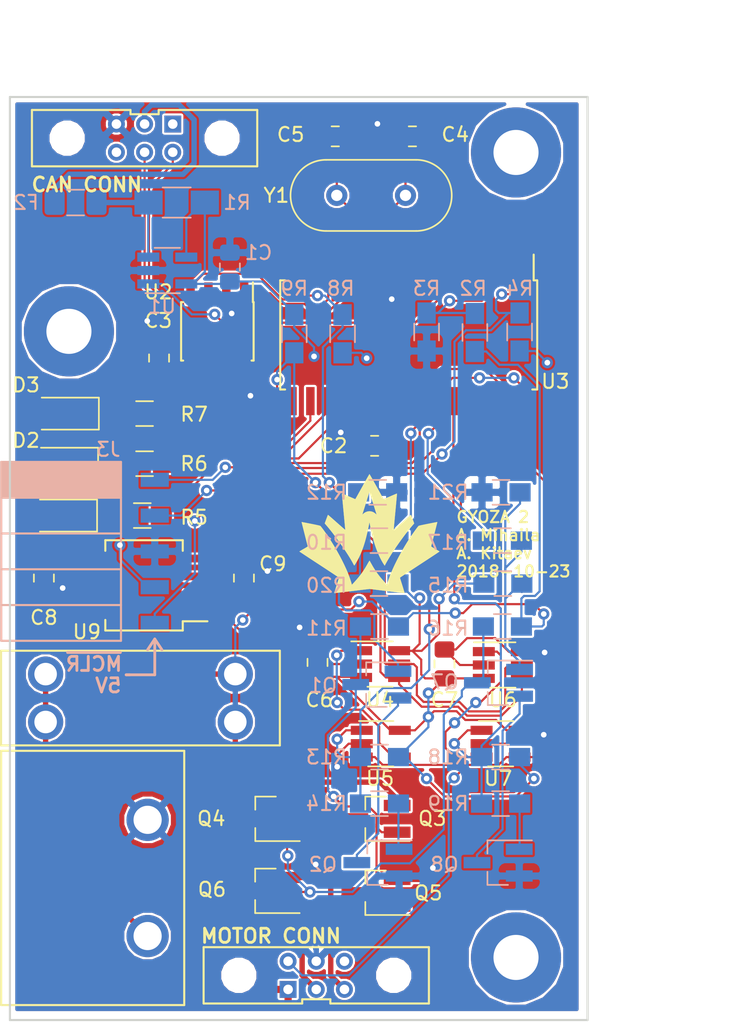
<source format=kicad_pcb>
(kicad_pcb (version 20171130) (host pcbnew "(5.0.0-3-g5ebb6b6)")
  (layers (0 F.Cu signal) (31 B.Cu signal) (34 B.Paste user) (35 F.Paste user) (36 B.SilkS user) (37 F.SilkS user) (38 B.Mask user hide) (39 F.Mask user hide) (44 Edge.Cuts user))
  (net 0 "")
  (net 1 "/Linear Actuator Driver/MOTOR_V-")
  (net 2 +5V)
  (net 3 "/Linear Actuator Driver/MOTOR_V+")
  (net 4 GND)
  (net 5 /Microcontroller/MOTOR_FEEDBACK)
  (net 6 CANH)
  (net 7 CANL)
  (net 8 "Net-(J2-Pad1)")
  (net 9 "Net-(F2-Pad2)")
  (net 10 "Net-(F1-Pad1)")
  (net 11 +BATT)
  (net 12 "/Linear Actuator Driver/SCL")
  (net 13 "/Linear Actuator Driver/SDA")
  (net 14 +5VBAT)
  (net 15 "Net-(U6-Pad1)")
  (net 16 "Net-(U4-Pad1)")
  (net 17 "Net-(F2-Pad1)")
  (net 18 "Net-(Q1-Pad1)")
  (net 19 /Microcontroller/VBAT)
  (net 20 "/Linear Actuator Driver/~LIM_LOW")
  (net 21 "Net-(Q8-Pad1)")
  (net 22 "/Linear Actuator Driver/MCU_BWD")
  (net 23 "Net-(Q7-Pad1)")
  (net 24 "/Linear Actuator Driver/~MOTOR_BWD")
  (net 25 "Net-(Q2-Pad1)")
  (net 26 "/Linear Actuator Driver/~LIM_HIGH")
  (net 27 "/Linear Actuator Driver/~MOTOR_FWD")
  (net 28 "/Linear Actuator Driver/MCU_FWD")
  (net 29 "Net-(R7-Pad2)")
  (net 30 "Net-(D3-Pad1)")
  (net 31 "Net-(D2-Pad1)")
  (net 32 "Net-(R6-Pad2)")
  (net 33 "Net-(R5-Pad2)")
  (net 34 "Net-(D1-Pad1)")
  (net 35 /Microcontroller/~MCLR)
  (net 36 /Microcontroller/ICSPDAT)
  (net 37 /Microcontroller/ICSPCLK)
  (net 38 "Net-(Q7-Pad2)")
  (net 39 "Net-(Q1-Pad2)")
  (net 40 /Microcontroller/CURR_AMP)
  (net 41 /Microcontroller/CAN_RX)
  (net 42 /Microcontroller/CAN_TX)
  (net 43 "Net-(U9-Pad5)")
  (net 44 "Net-(U9-Pad4)")
  (net 45 "Net-(U3-Pad13)")
  (net 46 /Microcontroller/OSC2)
  (net 47 /Microcontroller/OSC1)
  (net 48 "Net-(U3-Pad21)")
  (net 49 "Net-(U3-Pad7)")
  (net 50 "Net-(U3-Pad6)")
  (net 51 "Net-(U3-Pad5)")
  (net 52 "Net-(U3-Pad4)")
  (module Resistors_SMD:R_0805_HandSoldering (layer B.Cu) (at 155.401 110.998 180)
    (fp_text reference R14 (at 3.763 0 180) (layer B.SilkS) (effects (justify mirror)))
    (fp_text value 500R)
    (pad 1 smd rect (at -1.35 0 180) (size 1.5 1.3) (layers B.Cu B.Paste B.Mask) (net 25 "Net-(Q2-Pad1)"))
    (pad 2 smd rect (at 1.35 0 180) (size 1.5 1.3) (layers B.Cu B.Paste B.Mask) (net 26 "/Linear Actuator Driver/~LIM_HIGH"))
  )
  (module Team_Logo:Logo_SilkScreen_10mm (layer F.Cu) (at 154.686 91.821)
    (fp_text reference G*** hide)
    (fp_text value LOGO hide)
  )
  (module Resistors_SMD:R_0805_HandSoldering (layer B.Cu) (at 152.781 77.644 90)
    (fp_text reference R8 (at 3.222 -0.127 180) (layer B.SilkS) (effects (justify mirror)))
    (fp_text value 10K)
    (pad 1 smd rect (at -1.35 0 90) (size 1.5 1.3) (layers B.Cu B.Paste B.Mask) (net 2 +5V))
    (pad 2 smd rect (at 1.35 0 90) (size 1.5 1.3) (layers B.Cu B.Paste B.Mask) (net 12 "/Linear Actuator Driver/SCL"))
  )
  (module canhw_footprints:PinHeader_5x2.54_SMD_90deg_952-3198-1-ND (layer B.Cu) (at 139.446 88.011 270)
    (fp_text reference J3 (at -2.159 3.302) (layer B.SilkS) (effects (justify mirror)))
    (fp_text value "Programming Header")
    (pad 1 smd rect (at 0 0 270) (size 1 2) (layers B.Cu B.Paste B.Mask) (net 37 /Microcontroller/ICSPCLK))
    (pad 2 smd rect (at 2.54 0 270) (size 1 2) (layers B.Cu B.Paste B.Mask) (net 36 /Microcontroller/ICSPDAT))
    (pad 3 smd rect (at 5.08 0 270) (size 1 2) (layers B.Cu B.Paste B.Mask) (net 4 GND))
    (pad 4 smd rect (at 7.62 0 270) (size 1 2) (layers B.Cu B.Paste B.Mask) (net 2 +5V))
    (pad 5 smd rect (at 10.16 0 270) (size 1 2) (layers B.Cu B.Paste B.Mask) (net 35 /Microcontroller/~MCLR))
  )
  (module Housings_SOIC:SOIC-28W_7.5x17.9mm_Pitch1.27mm (layer F.Cu) (at 157.48 77.724 270)
    (fp_text reference U3 (at 3.302 -10.414) (layer F.SilkS))
    (fp_text value PIC18F26K83)
    (pad 28 smd rect (at 4.7 -8.255 270) (size 2 0.6) (layers F.Cu F.Paste F.Mask) (net 36 /Microcontroller/ICSPDAT))
    (pad 27 smd rect (at 4.7 -6.985 270) (size 2 0.6) (layers F.Cu F.Paste F.Mask) (net 37 /Microcontroller/ICSPCLK))
    (pad 26 smd rect (at 4.7 -5.715 270) (size 2 0.6) (layers F.Cu F.Paste F.Mask) (net 5 /Microcontroller/MOTOR_FEEDBACK))
    (pad 25 smd rect (at 4.7 -4.445 270) (size 2 0.6) (layers F.Cu F.Paste F.Mask) (net 20 "/Linear Actuator Driver/~LIM_LOW"))
    (pad 24 smd rect (at 4.7 -3.175 270) (size 2 0.6) (layers F.Cu F.Paste F.Mask) (net 26 "/Linear Actuator Driver/~LIM_HIGH"))
    (pad 23 smd rect (at 4.7 -1.905 270) (size 2 0.6) (layers F.Cu F.Paste F.Mask) (net 22 "/Linear Actuator Driver/MCU_BWD"))
    (pad 22 smd rect (at 4.7 -0.635 270) (size 2 0.6) (layers F.Cu F.Paste F.Mask) (net 28 "/Linear Actuator Driver/MCU_FWD"))
    (pad 21 smd rect (at 4.7 0.635 270) (size 2 0.6) (layers F.Cu F.Paste F.Mask) (net 48 "Net-(U3-Pad21)"))
    (pad 20 smd rect (at 4.7 1.905 270) (size 2 0.6) (layers F.Cu F.Paste F.Mask) (net 2 +5V))
    (pad 19 smd rect (at 4.7 3.175 270) (size 2 0.6) (layers F.Cu F.Paste F.Mask) (net 4 GND))
    (pad 18 smd rect (at 4.7 4.445 270) (size 2 0.6) (layers F.Cu F.Paste F.Mask) (net 33 "Net-(R5-Pad2)"))
    (pad 17 smd rect (at 4.7 5.715 270) (size 2 0.6) (layers F.Cu F.Paste F.Mask) (net 32 "Net-(R6-Pad2)"))
    (pad 16 smd rect (at 4.7 6.985 270) (size 2 0.6) (layers F.Cu F.Paste F.Mask) (net 29 "Net-(R7-Pad2)"))
    (pad 15 smd rect (at 4.7 8.255 270) (size 2 0.6) (layers F.Cu F.Paste F.Mask) (net 13 "/Linear Actuator Driver/SDA"))
    (pad 14 smd rect (at -4.7 8.255 270) (size 2 0.6) (layers F.Cu F.Paste F.Mask) (net 12 "/Linear Actuator Driver/SCL"))
    (pad 13 smd rect (at -4.7 6.985 270) (size 2 0.6) (layers F.Cu F.Paste F.Mask) (net 45 "Net-(U3-Pad13)"))
    (pad 12 smd rect (at -4.7 5.715 270) (size 2 0.6) (layers F.Cu F.Paste F.Mask) (net 41 /Microcontroller/CAN_RX))
    (pad 11 smd rect (at -4.7 4.445 270) (size 2 0.6) (layers F.Cu F.Paste F.Mask) (net 42 /Microcontroller/CAN_TX))
    (pad 10 smd rect (at -4.7 3.175 270) (size 2 0.6) (layers F.Cu F.Paste F.Mask) (net 46 /Microcontroller/OSC2))
    (pad 9 smd rect (at -4.7 1.905 270) (size 2 0.6) (layers F.Cu F.Paste F.Mask) (net 47 /Microcontroller/OSC1))
    (pad 8 smd rect (at -4.7 0.635 270) (size 2 0.6) (layers F.Cu F.Paste F.Mask) (net 4 GND))
    (pad 7 smd rect (at -4.7 -0.635 270) (size 2 0.6) (layers F.Cu F.Paste F.Mask) (net 49 "Net-(U3-Pad7)"))
    (pad 6 smd rect (at -4.7 -1.905 270) (size 2 0.6) (layers F.Cu F.Paste F.Mask) (net 50 "Net-(U3-Pad6)"))
    (pad 5 smd rect (at -4.7 -3.175 270) (size 2 0.6) (layers F.Cu F.Paste F.Mask) (net 51 "Net-(U3-Pad5)"))
    (pad 4 smd rect (at -4.7 -4.445 270) (size 2 0.6) (layers F.Cu F.Paste F.Mask) (net 52 "Net-(U3-Pad4)"))
    (pad 3 smd rect (at -4.7 -5.715 270) (size 2 0.6) (layers F.Cu F.Paste F.Mask) (net 40 /Microcontroller/CURR_AMP))
    (pad 2 smd rect (at -4.7 -6.985 270) (size 2 0.6) (layers F.Cu F.Paste F.Mask) (net 19 /Microcontroller/VBAT))
    (pad 1 smd rect (at -4.7 -8.255 270) (size 2 0.6) (layers F.Cu F.Paste F.Mask) (net 35 /Microcontroller/~MCLR))
  )
  (module Capacitor_SMD:C_0805_2012Metric_Pad1.15x1.40mm_HandSolder (layer B.Cu) (at 144.78 72.907 270)
    (fp_text reference C1 (at -1.025 -2.032) (layer B.SilkS) (effects (justify mirror)))
    (fp_text value 0.1uF)
    (pad 1 smd roundrect (at -1.025 0 270) (size 1.15 1.4) (layers B.Cu B.Paste B.Mask) (roundrect_rratio 0.217391) (net 4 GND))
    (pad 2 smd roundrect (at 1.025 0 270) (size 1.15 1.4) (layers B.Cu B.Paste B.Mask) (roundrect_rratio 0.217391) (net 2 +5V))
  )
  (module Capacitor_SMD:C_0805_2012Metric_Pad1.15x1.40mm_HandSolder (layer F.Cu) (at 155.058 85.598)
    (fp_text reference C2 (at -2.912 0) (layer F.SilkS))
    (fp_text value 0.1uF)
    (pad 2 smd roundrect (at 1.025 0) (size 1.15 1.4) (layers F.Cu F.Paste F.Mask) (roundrect_rratio 0.217391) (net 2 +5V))
    (pad 1 smd roundrect (at -1.025 0) (size 1.15 1.4) (layers F.Cu F.Paste F.Mask) (roundrect_rratio 0.217391) (net 4 GND))
  )
  (module Capacitor_SMD:C_0805_2012Metric_Pad1.15x1.40mm_HandSolder (layer F.Cu) (at 139.7508 79.366 90)
    (fp_text reference C3 (at 2.658 -0.0508 180) (layer F.SilkS))
    (fp_text value 10uF)
    (pad 1 smd roundrect (at -1.025 0 90) (size 1.15 1.4) (layers F.Cu F.Paste F.Mask) (roundrect_rratio 0.217391) (net 2 +5V))
    (pad 2 smd roundrect (at 1.025 0 90) (size 1.15 1.4) (layers F.Cu F.Paste F.Mask) (roundrect_rratio 0.217391) (net 4 GND))
  )
  (module Capacitor_SMD:C_0805_2012Metric_Pad1.15x1.40mm_HandSolder (layer F.Cu) (at 157.743 63.627 180)
    (fp_text reference C4 (at -3.039 0.127 180) (layer F.SilkS))
    (fp_text value 26pF)
    (pad 2 smd roundrect (at 1.025 0 180) (size 1.15 1.4) (layers F.Cu F.Paste F.Mask) (roundrect_rratio 0.217391) (net 4 GND))
    (pad 1 smd roundrect (at -1.025 0 180) (size 1.15 1.4) (layers F.Cu F.Paste F.Mask) (roundrect_rratio 0.217391) (net 47 /Microcontroller/OSC1))
  )
  (module Capacitor_SMD:C_0805_2012Metric_Pad1.15x1.40mm_HandSolder (layer F.Cu) (at 152.264 63.627)
    (fp_text reference C5 (at -3.166 -0.127) (layer F.SilkS))
    (fp_text value 26pF)
    (pad 1 smd roundrect (at -1.025 0) (size 1.15 1.4) (layers F.Cu F.Paste F.Mask) (roundrect_rratio 0.217391) (net 46 /Microcontroller/OSC2))
    (pad 2 smd roundrect (at 1.025 0) (size 1.15 1.4) (layers F.Cu F.Paste F.Mask) (roundrect_rratio 0.217391) (net 4 GND))
  )
  (module Capacitor_SMD:C_0805_2012Metric_Pad1.15x1.40mm_HandSolder (layer F.Cu) (at 151.003 100.974 270)
    (fp_text reference C6 (at 2.658 -0.127) (layer F.SilkS))
    (fp_text value 0.1uF)
    (pad 2 smd roundrect (at 1.025 0 270) (size 1.15 1.4) (layers F.Cu F.Paste F.Mask) (roundrect_rratio 0.217391) (net 14 +5VBAT))
    (pad 1 smd roundrect (at -1.025 0 270) (size 1.15 1.4) (layers F.Cu F.Paste F.Mask) (roundrect_rratio 0.217391) (net 4 GND))
  )
  (module Capacitor_SMD:C_0805_2012Metric_Pad1.15x1.40mm_HandSolder (layer F.Cu) (at 160.02 101.083 270)
    (fp_text reference C7 (at 2.549 0) (layer F.SilkS))
    (fp_text value 0.1uF)
    (pad 1 smd roundrect (at -1.025 0 270) (size 1.15 1.4) (layers F.Cu F.Paste F.Mask) (roundrect_rratio 0.217391) (net 4 GND))
    (pad 2 smd roundrect (at 1.025 0 270) (size 1.15 1.4) (layers F.Cu F.Paste F.Mask) (roundrect_rratio 0.217391) (net 14 +5VBAT))
  )
  (module Capacitor_SMD:C_0805_2012Metric_Pad1.15x1.40mm_HandSolder (layer F.Cu) (at 131.572 94.987 90)
    (fp_text reference C8 (at -2.803 0 180) (layer F.SilkS))
    (fp_text value 0.33uF)
    (pad 2 smd roundrect (at 1.025 0 90) (size 1.15 1.4) (layers F.Cu F.Paste F.Mask) (roundrect_rratio 0.217391) (net 4 GND))
    (pad 1 smd roundrect (at -1.025 0 90) (size 1.15 1.4) (layers F.Cu F.Paste F.Mask) (roundrect_rratio 0.217391) (net 11 +BATT))
  )
  (module Capacitor_SMD:C_0805_2012Metric_Pad1.15x1.40mm_HandSolder (layer F.Cu) (at 145.778 94.987 90)
    (fp_text reference C9 (at 1.007 2.05 180) (layer F.SilkS))
    (fp_text value 0.22uF)
    (pad 1 smd roundrect (at -1.025 0 90) (size 1.15 1.4) (layers F.Cu F.Paste F.Mask) (roundrect_rratio 0.217391) (net 14 +5VBAT))
    (pad 2 smd roundrect (at 1.025 0 90) (size 1.15 1.4) (layers F.Cu F.Paste F.Mask) (roundrect_rratio 0.217391) (net 4 GND))
  )
  (module Crystal:Crystal_HC49-4H_Vertical (layer F.Cu) (at 157.2514 67.818 180)
    (fp_text reference Y1 (at 9.1694 0 180) (layer F.SilkS))
    (fp_text value Crystal)
    (pad 1 thru_hole circle (at 0 0 180) (size 1.5 1.5) (drill 0.8) (layers *.Cu *.Mask) (net 47 /Microcontroller/OSC1))
    (pad 2 thru_hole circle (at 4.88 0 180) (size 1.5 1.5) (drill 0.8) (layers *.Cu *.Mask) (net 46 /Microcontroller/OSC2))
  )
  (module Fuse:Fuse_1206_3216Metric_Pad1.42x1.75mm_HandSolder (layer B.Cu) (at 133.8215 68.326 180)
    (fp_text reference F2 (at 3.5195 0 180) (layer B.SilkS) (effects (justify mirror)))
    (fp_text value Polyfuse)
    (pad 1 smd roundrect (at -1.4875 0 180) (size 1.425 1.75) (layers B.Cu B.Paste B.Mask) (roundrect_rratio 0.175439) (net 17 "Net-(F2-Pad1)"))
    (pad 2 smd roundrect (at 1.4875 0 180) (size 1.425 1.75) (layers B.Cu B.Paste B.Mask) (roundrect_rratio 0.175439) (net 9 "Net-(F2-Pad2)"))
  )
  (module Housings_SOIC:SO-8_5.3x6.2mm_Pitch1.27mm (layer F.Cu) (at 138.684 95.504 180)
    (fp_text reference U9 (at 4.064 -3.302 180) (layer F.SilkS))
    (fp_text value L78L05AC)
    (pad 8 smd rect (at 3.7 -1.905 180) (size 1.75 0.55) (layers F.Cu F.Paste F.Mask) (net 11 +BATT))
    (pad 7 smd rect (at 3.7 -0.635 180) (size 1.75 0.55) (layers F.Cu F.Paste F.Mask) (net 4 GND))
    (pad 6 smd rect (at 3.7 0.635 180) (size 1.75 0.55) (layers F.Cu F.Paste F.Mask) (net 4 GND))
    (pad 5 smd rect (at 3.7 1.905 180) (size 1.75 0.55) (layers F.Cu F.Paste F.Mask) (net 43 "Net-(U9-Pad5)"))
    (pad 4 smd rect (at -3.7 1.905 180) (size 1.75 0.55) (layers F.Cu F.Paste F.Mask) (net 44 "Net-(U9-Pad4)"))
    (pad 3 smd rect (at -3.7 0.635 180) (size 1.75 0.55) (layers F.Cu F.Paste F.Mask) (net 4 GND))
    (pad 2 smd rect (at -3.7 -0.635 180) (size 1.75 0.55) (layers F.Cu F.Paste F.Mask) (net 4 GND))
    (pad 1 smd rect (at -3.7 -1.905 180) (size 1.75 0.55) (layers F.Cu F.Paste F.Mask) (net 14 +5VBAT))
  )
  (module Housings_SOIC:SOIC-8_3.9x4.9mm_Pitch1.27mm (layer F.Cu) (at 143.891 77.47 270)
    (fp_text reference U2 (at -2.794 4.191) (layer F.SilkS))
    (fp_text value MCP2562)
    (pad 8 smd rect (at 2.7 -1.905 270) (size 1.55 0.6) (layers F.Cu F.Paste F.Mask) (net 4 GND))
    (pad 7 smd rect (at 2.7 -0.635 270) (size 1.55 0.6) (layers F.Cu F.Paste F.Mask) (net 6 CANH))
    (pad 6 smd rect (at 2.7 0.635 270) (size 1.55 0.6) (layers F.Cu F.Paste F.Mask) (net 7 CANL))
    (pad 5 smd rect (at 2.7 1.905 270) (size 1.55 0.6) (layers F.Cu F.Paste F.Mask) (net 2 +5V))
    (pad 4 smd rect (at -2.7 1.905 270) (size 1.55 0.6) (layers F.Cu F.Paste F.Mask) (net 41 /Microcontroller/CAN_RX))
    (pad 3 smd rect (at -2.7 0.635 270) (size 1.55 0.6) (layers F.Cu F.Paste F.Mask) (net 2 +5V))
    (pad 2 smd rect (at -2.7 -0.635 270) (size 1.55 0.6) (layers F.Cu F.Paste F.Mask) (net 4 GND))
    (pad 1 smd rect (at -2.7 -1.905 270) (size 1.55 0.6) (layers F.Cu F.Paste F.Mask) (net 42 /Microcontroller/CAN_TX))
  )
  (module LED_SMD:LED_1206_3216Metric_Pad1.42x1.75mm_HandSolder (layer F.Cu) (at 132.889192 90.549229 180)
    (fp_text reference D1 (at 2.587192 1.776229 180) (layer F.SilkS))
    (fp_text value LED)
    (pad 1 smd roundrect (at -1.4875 0 180) (size 1.425 1.75) (layers F.Cu F.Paste F.Mask) (roundrect_rratio 0.175439) (net 34 "Net-(D1-Pad1)"))
    (pad 2 smd roundrect (at 1.4875 0 180) (size 1.425 1.75) (layers F.Cu F.Paste F.Mask) (roundrect_rratio 0.175439) (net 2 +5V))
  )
  (module LED_SMD:LED_1206_3216Metric_Pad1.42x1.75mm_HandSolder (layer F.Cu) (at 132.962192 86.866229 180)
    (fp_text reference D2 (at 2.660192 1.649229 180) (layer F.SilkS))
    (fp_text value LED)
    (pad 2 smd roundrect (at 1.4875 0 180) (size 1.425 1.75) (layers F.Cu F.Paste F.Mask) (roundrect_rratio 0.175439) (net 2 +5V))
    (pad 1 smd roundrect (at -1.4875 0 180) (size 1.425 1.75) (layers F.Cu F.Paste F.Mask) (roundrect_rratio 0.175439) (net 31 "Net-(D2-Pad1)"))
  )
  (module LED_SMD:LED_1206_3216Metric_Pad1.42x1.75mm_HandSolder (layer F.Cu) (at 133.016192 83.310229 180)
    (fp_text reference D3 (at 2.714192 2.030229 180) (layer F.SilkS))
    (fp_text value LED)
    (pad 1 smd roundrect (at -1.4875 0 180) (size 1.425 1.75) (layers F.Cu F.Paste F.Mask) (roundrect_rratio 0.175439) (net 30 "Net-(D3-Pad1)"))
    (pad 2 smd roundrect (at 1.4875 0 180) (size 1.425 1.75) (layers F.Cu F.Paste F.Mask) (roundrect_rratio 0.175439) (net 2 +5V))
  )
  (module Package_TO_SOT_SMD:SOT-23-5_HandSoldering (layer B.Cu) (at 140.335 73.152)
    (fp_text reference U1 (at -0.381 2.54) (layer B.SilkS) (effects (justify mirror)))
    (fp_text value INA180)
    (pad 1 smd rect (at -1.35 0.95) (size 1.56 0.65) (layers B.Cu B.Paste B.Mask) (net 40 /Microcontroller/CURR_AMP))
    (pad 2 smd rect (at -1.35 0) (size 1.56 0.65) (layers B.Cu B.Paste B.Mask) (net 4 GND))
    (pad 3 smd rect (at -1.35 -0.95) (size 1.56 0.65) (layers B.Cu B.Paste B.Mask) (net 17 "Net-(F2-Pad1)"))
    (pad 4 smd rect (at 1.35 -0.95) (size 1.56 0.65) (layers B.Cu B.Paste B.Mask) (net 2 +5V))
    (pad 5 smd rect (at 1.35 0.95) (size 1.56 0.65) (layers B.Cu B.Paste B.Mask) (net 2 +5V))
  )
  (module Package_TO_SOT_SMD:SOT-23-5_HandSoldering (layer F.Cu) (at 155.495 106.746)
    (fp_text reference U5 (at -0.047 2.474) (layer F.SilkS))
    (fp_text value TS391ILT)
    (pad 5 smd rect (at 1.35 -0.95) (size 1.56 0.65) (layers F.Cu F.Paste F.Mask) (net 14 +5VBAT))
    (pad 4 smd rect (at 1.35 0.95) (size 1.56 0.65) (layers F.Cu F.Paste F.Mask) (net 16 "Net-(U4-Pad1)"))
    (pad 3 smd rect (at -1.35 0.95) (size 1.56 0.65) (layers F.Cu F.Paste F.Mask) (net 5 /Microcontroller/MOTOR_FEEDBACK))
    (pad 2 smd rect (at -1.35 0) (size 1.56 0.65) (layers F.Cu F.Paste F.Mask) (net 4 GND))
    (pad 1 smd rect (at -1.35 -0.95) (size 1.56 0.65) (layers F.Cu F.Paste F.Mask) (net 26 "/Linear Actuator Driver/~LIM_HIGH"))
  )
  (module Package_TO_SOT_SMD:SOT-23-5_HandSoldering (layer F.Cu) (at 164.004 106.746)
    (fp_text reference U7 (at -0.174 2.474) (layer F.SilkS))
    (fp_text value TS391ILT)
    (pad 1 smd rect (at -1.35 -0.95) (size 1.56 0.65) (layers F.Cu F.Paste F.Mask) (net 20 "/Linear Actuator Driver/~LIM_LOW"))
    (pad 2 smd rect (at -1.35 0) (size 1.56 0.65) (layers F.Cu F.Paste F.Mask) (net 4 GND))
    (pad 3 smd rect (at -1.35 0.95) (size 1.56 0.65) (layers F.Cu F.Paste F.Mask) (net 15 "Net-(U6-Pad1)"))
    (pad 4 smd rect (at 1.35 0.95) (size 1.56 0.65) (layers F.Cu F.Paste F.Mask) (net 5 /Microcontroller/MOTOR_FEEDBACK))
    (pad 5 smd rect (at 1.35 -0.95) (size 1.56 0.65) (layers F.Cu F.Paste F.Mask) (net 14 +5VBAT))
  )
  (module Package_TO_SOT_SMD:SOT-23_Handsoldering (layer B.Cu) (at 155.218 102.55 180)
    (fp_text reference Q1 (at 3.834 -0.066 180) (layer B.SilkS) (effects (justify mirror)))
    (fp_text value 2N7002P)
    (pad 3 smd rect (at 1.5 0 180) (size 1.9 0.8) (layers B.Cu B.Paste B.Mask) (net 27 "/Linear Actuator Driver/~MOTOR_FWD"))
    (pad 2 smd rect (at -1.5 -0.95 180) (size 1.9 0.8) (layers B.Cu B.Paste B.Mask) (net 39 "Net-(Q1-Pad2)"))
    (pad 1 smd rect (at -1.5 0.95 180) (size 1.9 0.8) (layers B.Cu B.Paste B.Mask) (net 18 "Net-(Q1-Pad1)"))
  )
  (module Package_TO_SOT_SMD:SOT-23_Handsoldering (layer B.Cu) (at 155.297 115.189 180)
    (fp_text reference Q2 (at 3.913 -0.127 180) (layer B.SilkS) (effects (justify mirror)))
    (fp_text value 2N7002P)
    (pad 1 smd rect (at -1.5 0.95 180) (size 1.9 0.8) (layers B.Cu B.Paste B.Mask) (net 25 "Net-(Q2-Pad1)"))
    (pad 2 smd rect (at -1.5 -0.95 180) (size 1.9 0.8) (layers B.Cu B.Paste B.Mask) (net 4 GND))
    (pad 3 smd rect (at 1.5 0 180) (size 1.9 0.8) (layers B.Cu B.Paste B.Mask) (net 39 "Net-(Q1-Pad2)"))
  )
  (module Package_TO_SOT_SMD:SOT-23_Handsoldering (layer F.Cu) (at 155.158113 112.08 180)
    (fp_text reference Q3 (at -3.998287 0.020094 180) (layer F.SilkS))
    (fp_text value DMP3099L)
    (pad 3 smd rect (at 1.5 0 180) (size 1.9 0.8) (layers F.Cu F.Paste F.Mask) (net 3 "/Linear Actuator Driver/MOTOR_V+"))
    (pad 2 smd rect (at -1.5 0.95 180) (size 1.9 0.8) (layers F.Cu F.Paste F.Mask) (net 11 +BATT))
    (pad 1 smd rect (at -1.5 -0.95 180) (size 1.9 0.8) (layers F.Cu F.Paste F.Mask) (net 27 "/Linear Actuator Driver/~MOTOR_FWD"))
  )
  (module Package_TO_SOT_SMD:SOT-23_Handsoldering (layer F.Cu) (at 147.344 112.08 180)
    (fp_text reference Q4 (at 3.8848 0.0152 180) (layer F.SilkS))
    (fp_text value DMP3099L)
    (pad 1 smd rect (at -1.5 -0.95 180) (size 1.9 0.8) (layers F.Cu F.Paste F.Mask) (net 24 "/Linear Actuator Driver/~MOTOR_BWD"))
    (pad 2 smd rect (at -1.5 0.95 180) (size 1.9 0.8) (layers F.Cu F.Paste F.Mask) (net 11 +BATT))
    (pad 3 smd rect (at 1.5 0 180) (size 1.9 0.8) (layers F.Cu F.Paste F.Mask) (net 1 "/Linear Actuator Driver/MOTOR_V-"))
  )
  (module Package_TO_SOT_SMD:SOT-23_Handsoldering (layer F.Cu) (at 155.158113 117.327906 180)
    (fp_text reference Q5 (at -3.718887 -0.020094 180) (layer F.SilkS))
    (fp_text value BSS316N)
    (pad 3 smd rect (at 1.5 0 180) (size 1.9 0.8) (layers F.Cu F.Paste F.Mask) (net 3 "/Linear Actuator Driver/MOTOR_V+"))
    (pad 2 smd rect (at -1.5 0.95 180) (size 1.9 0.8) (layers F.Cu F.Paste F.Mask) (net 4 GND))
    (pad 1 smd rect (at -1.5 -0.95 180) (size 1.9 0.8) (layers F.Cu F.Paste F.Mask) (net 27 "/Linear Actuator Driver/~MOTOR_FWD"))
  )
  (module Package_TO_SOT_SMD:SOT-23_Handsoldering (layer B.Cu) (at 163.854 102.423 180)
    (fp_text reference Q7 (at 3.834 0.061 180) (layer B.SilkS) (effects (justify mirror)))
    (fp_text value 2N7002P)
    (pad 1 smd rect (at -1.5 0.95 180) (size 1.9 0.8) (layers B.Cu B.Paste B.Mask) (net 23 "Net-(Q7-Pad1)"))
    (pad 2 smd rect (at -1.5 -0.95 180) (size 1.9 0.8) (layers B.Cu B.Paste B.Mask) (net 38 "Net-(Q7-Pad2)"))
    (pad 3 smd rect (at 1.5 0 180) (size 1.9 0.8) (layers B.Cu B.Paste B.Mask) (net 24 "/Linear Actuator Driver/~MOTOR_BWD"))
  )
  (module Package_TO_SOT_SMD:SOT-23_Handsoldering (layer B.Cu) (at 163.83 115.189 180)
    (fp_text reference Q8 (at 3.81 -0.127 180) (layer B.SilkS) (effects (justify mirror)))
    (fp_text value 2N7002P)
    (pad 3 smd rect (at 1.5 0 180) (size 1.9 0.8) (layers B.Cu B.Paste B.Mask) (net 38 "Net-(Q7-Pad2)"))
    (pad 2 smd rect (at -1.5 -0.95 180) (size 1.9 0.8) (layers B.Cu B.Paste B.Mask) (net 4 GND))
    (pad 1 smd rect (at -1.5 0.95 180) (size 1.9 0.8) (layers B.Cu B.Paste B.Mask) (net 21 "Net-(Q8-Pad1)"))
  )
  (module Package_TO_SOT_SMD:SOT-23_Handsoldering (layer F.Cu) (at 147.334838 117.192793 180)
    (fp_text reference Q6 (at 3.824838 0.098793 180) (layer F.SilkS))
    (fp_text value BSS316N)
    (pad 1 smd rect (at -1.5 -0.95 180) (size 1.9 0.8) (layers F.Cu F.Paste F.Mask) (net 24 "/Linear Actuator Driver/~MOTOR_BWD"))
    (pad 2 smd rect (at -1.5 0.95 180) (size 1.9 0.8) (layers F.Cu F.Paste F.Mask) (net 4 GND))
    (pad 3 smd rect (at 1.5 0 180) (size 1.9 0.8) (layers F.Cu F.Paste F.Mask) (net 1 "/Linear Actuator Driver/MOTOR_V-"))
  )
  (module Resistors_SMD:R_0805_HandSoldering (layer B.Cu) (at 164.037 88.9)
    (fp_text reference R21 (at -3.763 0) (layer B.SilkS) (effects (justify mirror)))
    (fp_text value DNP)
    (pad 1 smd rect (at -1.35 0) (size 1.5 1.3) (layers B.Cu B.Paste B.Mask) (net 4 GND))
    (pad 2 smd rect (at 1.35 0) (size 1.5 1.3) (layers B.Cu B.Paste B.Mask) (net 23 "Net-(Q7-Pad1)"))
  )
  (module Resistors_SMD:R_0805_HandSoldering (layer B.Cu) (at 158.75 77.517 270)
    (fp_text reference R3 (at -3.095 0) (layer B.SilkS) (effects (justify mirror)))
    (fp_text value 15K)
    (pad 2 smd rect (at 1.35 0 270) (size 1.5 1.3) (layers B.Cu B.Paste B.Mask) (net 4 GND))
    (pad 1 smd rect (at -1.35 0 270) (size 1.5 1.3) (layers B.Cu B.Paste B.Mask) (net 19 /Microcontroller/VBAT))
  )
  (module Resistors_SMD:R_0805_HandSoldering (layer B.Cu) (at 165.354 77.517 90)
    (fp_text reference R4 (at 3.095 0 180) (layer B.SilkS) (effects (justify mirror)))
    (fp_text value 10K)
    (pad 1 smd rect (at -1.35 0 90) (size 1.5 1.3) (layers B.Cu B.Paste B.Mask) (net 2 +5V))
    (pad 2 smd rect (at 1.35 0 90) (size 1.5 1.3) (layers B.Cu B.Paste B.Mask) (net 35 /Microcontroller/~MCLR))
  )
  (module Resistors_SMD:R_0805_HandSoldering (layer F.Cu) (at 138.560692 90.549229)
    (fp_text reference R5 (at 3.679308 0.128771) (layer F.SilkS))
    (fp_text value 330R)
    (pad 2 smd rect (at 1.35 0) (size 1.5 1.3) (layers F.Cu F.Paste F.Mask) (net 33 "Net-(R5-Pad2)"))
    (pad 1 smd rect (at -1.35 0) (size 1.5 1.3) (layers F.Cu F.Paste F.Mask) (net 34 "Net-(D1-Pad1)"))
  )
  (module Resistors_SMD:R_0805_HandSoldering (layer F.Cu) (at 138.720692 86.866229)
    (fp_text reference R6 (at 3.519308 0.001771) (layer F.SilkS))
    (fp_text value 330R)
    (pad 1 smd rect (at -1.35 0) (size 1.5 1.3) (layers F.Cu F.Paste F.Mask) (net 31 "Net-(D2-Pad1)"))
    (pad 2 smd rect (at 1.35 0) (size 1.5 1.3) (layers F.Cu F.Paste F.Mask) (net 32 "Net-(R6-Pad2)"))
  )
  (module Resistors_SMD:R_0805_HandSoldering (layer F.Cu) (at 138.720692 83.310229)
    (fp_text reference R7 (at 3.519308 0.052571) (layer F.SilkS))
    (fp_text value 330R)
    (pad 2 smd rect (at 1.35 0) (size 1.5 1.3) (layers F.Cu F.Paste F.Mask) (net 29 "Net-(R7-Pad2)"))
    (pad 1 smd rect (at -1.35 0) (size 1.5 1.3) (layers F.Cu F.Paste F.Mask) (net 30 "Net-(D3-Pad1)"))
  )
  (module Resistors_SMD:R_0805_HandSoldering (layer B.Cu) (at 149.352 77.644 270)
    (fp_text reference R9 (at -3.222 0) (layer B.SilkS) (effects (justify mirror)))
    (fp_text value 10K)
    (pad 2 smd rect (at 1.35 0 270) (size 1.5 1.3) (layers B.Cu B.Paste B.Mask) (net 13 "/Linear Actuator Driver/SDA"))
    (pad 1 smd rect (at -1.35 0 270) (size 1.5 1.3) (layers B.Cu B.Paste B.Mask) (net 2 +5V))
  )
  (module Resistors_SMD:R_0805_HandSoldering (layer B.Cu) (at 155.368 92.329)
    (fp_text reference R10 (at -3.73 0.127) (layer B.SilkS) (effects (justify mirror)))
    (fp_text value 130R)
    (pad 1 smd rect (at -1.35 0) (size 1.5 1.3) (layers B.Cu B.Paste B.Mask) (net 18 "Net-(Q1-Pad1)"))
    (pad 2 smd rect (at 1.35 0) (size 1.5 1.3) (layers B.Cu B.Paste B.Mask) (net 28 "/Linear Actuator Driver/MCU_FWD"))
  )
  (module Resistors_SMD:R_0805_HandSoldering (layer B.Cu) (at 155.401 98.425 180)
    (fp_text reference R11 (at 3.763 -0.127 180) (layer B.SilkS) (effects (justify mirror)))
    (fp_text value 15K)
    (pad 2 smd rect (at 1.35 0 180) (size 1.5 1.3) (layers B.Cu B.Paste B.Mask) (net 27 "/Linear Actuator Driver/~MOTOR_FWD"))
    (pad 1 smd rect (at -1.35 0 180) (size 1.5 1.3) (layers B.Cu B.Paste B.Mask) (net 11 +BATT))
  )
  (module Resistors_SMD:R_0805_HandSoldering (layer B.Cu) (at 155.274 88.9)
    (fp_text reference R12 (at -3.636 0) (layer B.SilkS) (effects (justify mirror)))
    (fp_text value 10K)
    (pad 1 smd rect (at -1.35 0) (size 1.5 1.3) (layers B.Cu B.Paste B.Mask) (net 18 "Net-(Q1-Pad1)"))
    (pad 2 smd rect (at 1.35 0) (size 1.5 1.3) (layers B.Cu B.Paste B.Mask) (net 4 GND))
  )
  (module Resistors_SMD:R_0805_HandSoldering (layer B.Cu) (at 155.401 107.696 180)
    (fp_text reference R13 (at 3.763 0 180) (layer B.SilkS) (effects (justify mirror)))
    (fp_text value 10K)
    (pad 2 smd rect (at 1.35 0 180) (size 1.5 1.3) (layers B.Cu B.Paste B.Mask) (net 26 "/Linear Actuator Driver/~LIM_HIGH"))
    (pad 1 smd rect (at -1.35 0 180) (size 1.5 1.3) (layers B.Cu B.Paste B.Mask) (net 14 +5VBAT))
  )
  (module Resistors_SMD:R_0805_HandSoldering (layer B.Cu) (at 164.164 95.377)
    (fp_text reference R15 (at -3.89 0.127) (layer B.SilkS) (effects (justify mirror)))
    (fp_text value 10K)
    (pad 2 smd rect (at 1.35 0) (size 1.5 1.3) (layers B.Cu B.Paste B.Mask) (net 23 "Net-(Q7-Pad1)"))
    (pad 1 smd rect (at -1.35 0) (size 1.5 1.3) (layers B.Cu B.Paste B.Mask) (net 14 +5VBAT))
  )
  (module Resistors_SMD:R_0805_HandSoldering (layer B.Cu) (at 164.131 98.425 180)
    (fp_text reference R16 (at 3.857 -0.127 180) (layer B.SilkS) (effects (justify mirror)))
    (fp_text value 15K)
    (pad 1 smd rect (at -1.35 0 180) (size 1.5 1.3) (layers B.Cu B.Paste B.Mask) (net 11 +BATT))
    (pad 2 smd rect (at 1.35 0 180) (size 1.5 1.3) (layers B.Cu B.Paste B.Mask) (net 24 "/Linear Actuator Driver/~MOTOR_BWD"))
  )
  (module Resistors_SMD:R_0805_HandSoldering (layer B.Cu) (at 164.131 92.329 180)
    (fp_text reference R17 (at 3.857 -0.127 180) (layer B.SilkS) (effects (justify mirror)))
    (fp_text value 130R)
    (pad 2 smd rect (at 1.35 0 180) (size 1.5 1.3) (layers B.Cu B.Paste B.Mask) (net 22 "/Linear Actuator Driver/MCU_BWD"))
    (pad 1 smd rect (at -1.35 0 180) (size 1.5 1.3) (layers B.Cu B.Paste B.Mask) (net 23 "Net-(Q7-Pad1)"))
  )
  (module Resistors_SMD:R_0805_HandSoldering (layer B.Cu) (at 164.004 107.696 180)
    (fp_text reference R18 (at 3.73 0 180) (layer B.SilkS) (effects (justify mirror)))
    (fp_text value 10K)
    (pad 1 smd rect (at -1.35 0 180) (size 1.5 1.3) (layers B.Cu B.Paste B.Mask) (net 14 +5VBAT))
    (pad 2 smd rect (at 1.35 0 180) (size 1.5 1.3) (layers B.Cu B.Paste B.Mask) (net 20 "/Linear Actuator Driver/~LIM_LOW"))
  )
  (module Resistors_SMD:R_0805_HandSoldering (layer B.Cu) (at 164.004 110.998 180)
    (fp_text reference R19 (at 3.73 0 180) (layer B.SilkS) (effects (justify mirror)))
    (fp_text value 500R)
    (pad 2 smd rect (at 1.35 0 180) (size 1.5 1.3) (layers B.Cu B.Paste B.Mask) (net 20 "/Linear Actuator Driver/~LIM_LOW"))
    (pad 1 smd rect (at -1.35 0 180) (size 1.5 1.3) (layers B.Cu B.Paste B.Mask) (net 21 "Net-(Q8-Pad1)"))
  )
  (module Resistors_SMD:R_0805_HandSoldering (layer B.Cu) (at 162.179 77.55 90)
    (fp_text reference R2 (at 3.128 -0.127 180) (layer B.SilkS) (effects (justify mirror)))
    (fp_text value 20K)
    (pad 1 smd rect (at -1.35 0 90) (size 1.5 1.3) (layers B.Cu B.Paste B.Mask) (net 11 +BATT))
    (pad 2 smd rect (at 1.35 0 90) (size 1.5 1.3) (layers B.Cu B.Paste B.Mask) (net 19 /Microcontroller/VBAT))
  )
  (module Resistors_SMD:R_0805_HandSoldering (layer B.Cu) (at 155.368 95.377)
    (fp_text reference R20 (at -3.73 0.127) (layer B.SilkS) (effects (justify mirror)))
    (fp_text value DNP)
    (pad 2 smd rect (at 1.35 0) (size 1.5 1.3) (layers B.Cu B.Paste B.Mask) (net 14 +5VBAT))
    (pad 1 smd rect (at -1.35 0) (size 1.5 1.3) (layers B.Cu B.Paste B.Mask) (net 18 "Net-(Q1-Pad1)"))
  )
  (module Resistors_SMD:R_1206_HandSoldering (layer B.Cu) (at 141.002 68.326 180)
    (fp_text reference R1 (at -4.286 0 180) (layer B.SilkS) (effects (justify mirror)))
    (fp_text value 200mR)
    (pad 2 smd rect (at 2 0 180) (size 2 1.7) (layers B.Cu B.Paste B.Mask) (net 17 "Net-(F2-Pad1)"))
    (pad 1 smd rect (at -2 0 180) (size 2 1.7) (layers B.Cu B.Paste B.Mask) (net 2 +5V))
  )
  (module TO_SOT_Packages_SMD:SOT-23-6_Handsoldering (layer F.Cu) (at 155.448 101.092)
    (fp_text reference U4 (at 0 2.54) (layer F.SilkS))
    (fp_text value DAC5571)
    (pad 1 smd rect (at -1.35 -0.95) (size 1.56 0.65) (layers F.Cu F.Paste F.Mask) (net 16 "Net-(U4-Pad1)"))
    (pad 2 smd rect (at -1.35 0) (size 1.56 0.65) (layers F.Cu F.Paste F.Mask) (net 4 GND))
    (pad 3 smd rect (at -1.35 0.95) (size 1.56 0.65) (layers F.Cu F.Paste F.Mask) (net 14 +5VBAT))
    (pad 4 smd rect (at 1.35 0.95) (size 1.56 0.65) (layers F.Cu F.Paste F.Mask) (net 13 "/Linear Actuator Driver/SDA"))
    (pad 6 smd rect (at 1.35 -0.95) (size 1.56 0.65) (layers F.Cu F.Paste F.Mask) (net 14 +5VBAT))
    (pad 5 smd rect (at 1.35 0) (size 1.56 0.65) (layers F.Cu F.Paste F.Mask) (net 12 "/Linear Actuator Driver/SCL"))
  )
  (module TO_SOT_Packages_SMD:SOT-23-6_Handsoldering (layer F.Cu) (at 164.164 101.158)
    (fp_text reference U6 (at 0 2.474) (layer F.SilkS))
    (fp_text value DAC5571)
    (pad 5 smd rect (at 1.35 0) (size 1.56 0.65) (layers F.Cu F.Paste F.Mask) (net 12 "/Linear Actuator Driver/SCL"))
    (pad 6 smd rect (at 1.35 -0.95) (size 1.56 0.65) (layers F.Cu F.Paste F.Mask) (net 4 GND))
    (pad 4 smd rect (at 1.35 0.95) (size 1.56 0.65) (layers F.Cu F.Paste F.Mask) (net 13 "/Linear Actuator Driver/SDA"))
    (pad 3 smd rect (at -1.35 0.95) (size 1.56 0.65) (layers F.Cu F.Paste F.Mask) (net 14 +5VBAT))
    (pad 2 smd rect (at -1.35 0) (size 1.56 0.65) (layers F.Cu F.Paste F.Mask) (net 4 GND))
    (pad 1 smd rect (at -1.35 -0.95) (size 1.56 0.65) (layers F.Cu F.Paste F.Mask) (net 15 "Net-(U6-Pad1)"))
  )
  (module canhw_footprints:BarrierBlock_ED2945-ND (layer F.Cu) (at 138.938 120.401 90)
    (fp_text reference J1 hide)
    (fp_text value "Motor Power")
    (pad 1 thru_hole circle (at 0 0 90) (size 3 3) (drill 2) (layers *.Cu *.Mask) (net 10 "Net-(F1-Pad1)"))
    (pad 2 thru_hole circle (at 8.25 0 90) (size 3 3) (drill 2) (layers *.Cu *.Mask) (net 4 GND))
  )
  (module canhw_footprints:Fuseholder_36-3557-15-ND (layer F.Cu) (at 138.43 103.505 180)
    (fp_text reference F1 hide)
    (fp_text value 10A)
    (pad 1 thru_hole circle (at 6.735 1.7 180) (size 2.5 2.5) (drill 1.6) (layers *.Cu *.Mask) (net 10 "Net-(F1-Pad1)"))
    (pad 1 thru_hole circle (at 6.735 -1.7 180) (size 2.5 2.5) (drill 1.6) (layers *.Cu *.Mask) (net 10 "Net-(F1-Pad1)"))
    (pad 2 thru_hole circle (at -6.735 -1.7 180) (size 2.5 2.5) (drill 1.6) (layers *.Cu *.Mask) (net 11 +BATT))
    (pad 2 thru_hole circle (at -6.735 1.7 180) (size 2.5 2.5) (drill 1.6) (layers *.Cu *.Mask) (net 11 +BATT))
  )
  (module canhw_footprints:connector_Harwin_M80-5000642 (layer F.Cu) (at 138.723 63.754 180)
    (fp_text reference J2 hide)
    (fp_text value "CAN Bus Conn")
    (pad "" np_thru_hole circle (at -5.5 0 180) (size 2.2 2.2) (drill 2.2) (layers *.Cu *.Mask))
    (pad "" np_thru_hole circle (at 5.5 0 180) (size 2.2 2.2) (drill 2.2) (layers *.Cu *.Mask))
    (pad 4 thru_hole circle (at -2 -1 180) (size 1.2 1.2) (drill 0.68) (layers *.Cu *.Mask) (net 6 CANH))
    (pad 5 thru_hole circle (at 0 -1 180) (size 1.2 1.2) (drill 0.68) (layers *.Cu *.Mask) (net 7 CANL))
    (pad 6 thru_hole circle (at 2 -1 180) (size 1.2 1.2) (drill 0.68) (layers *.Cu *.Mask))
    (pad 3 thru_hole circle (at 2 1 180) (size 1.2 1.2) (drill 0.68) (layers *.Cu *.Mask) (net 4 GND))
    (pad 1 thru_hole rect (at -2 1 180) (size 1.2 1.2) (drill 0.68) (layers *.Cu *.Mask) (net 8 "Net-(J2-Pad1)"))
    (pad 2 thru_hole circle (at 0 1 180) (size 1.2 1.2) (drill 0.68) (layers *.Cu *.Mask) (net 9 "Net-(F2-Pad2)"))
  )
  (module canhw_footprints:connector_Harwin_M80-5000642 (layer F.Cu) (at 150.915 123.19)
    (fp_text reference J4 hide)
    (fp_text value "Linear Actuator Connector")
    (pad 2 thru_hole circle (at 0 1) (size 1.2 1.2) (drill 0.68) (layers *.Cu *.Mask) (net 1 "/Linear Actuator Driver/MOTOR_V-"))
    (pad 1 thru_hole rect (at -2 1) (size 1.2 1.2) (drill 0.68) (layers *.Cu *.Mask) (net 2 +5V))
    (pad 3 thru_hole circle (at 2 1) (size 1.2 1.2) (drill 0.68) (layers *.Cu *.Mask) (net 3 "/Linear Actuator Driver/MOTOR_V+"))
    (pad 6 thru_hole circle (at 2 -1) (size 1.2 1.2) (drill 0.68) (layers *.Cu *.Mask))
    (pad 5 thru_hole circle (at 0 -1) (size 1.2 1.2) (drill 0.68) (layers *.Cu *.Mask) (net 4 GND))
    (pad 4 thru_hole circle (at -2 -1) (size 1.2 1.2) (drill 0.68) (layers *.Cu *.Mask) (net 5 /Microcontroller/MOTOR_FEEDBACK))
    (pad "" np_thru_hole circle (at 5.5 0) (size 2.2 2.2) (drill 2.2) (layers *.Cu *.Mask))
    (pad "" np_thru_hole circle (at -5.5 0) (size 2.2 2.2) (drill 2.2) (layers *.Cu *.Mask))
  )
  (module MountingHole:MountingHole_3.2mm_M3_Pad (layer F.Cu) (at 133.35 77.47)
    (fp_text reference REF** hide)
    (fp_text value MountingHole_3.2mm_M3_Pad)
    (pad 1 thru_hole circle (at 0 0) (size 6.4 6.4) (drill 3.2) (layers *.Cu *.Mask))
  )
  (module MountingHole:MountingHole_3.2mm_M3_Pad (layer F.Cu) (at 165.1 64.77)
    (fp_text reference REF** hide)
    (fp_text value MountingHole_3.2mm_M3_Pad)
    (pad 1 thru_hole circle (at 0 0) (size 6.4 6.4) (drill 3.2) (layers *.Cu *.Mask))
  )
  (module MountingHole:MountingHole_3.2mm_M3_Pad (layer F.Cu) (at 165.1 121.92)
    (fp_text reference REF** hide)
    (fp_text value MountingHole_3.2mm_M3_Pad)
    (pad 1 thru_hole circle (at 0 0) (size 6.4 6.4) (drill 3.2) (layers *.Cu *.Mask))
  )
  (gr_text "MOTOR CONN" (at 147.701 120.396) (layer F.SilkS) (effects (font (size 1 1) (thickness 0.2))))
  (gr_text "GYOZA 2\nA. Mihaila\nA. Kitaev\n2018-10-23" (at 160.782 92.583) (layer F.SilkS) (effects (font (size 0.8 0.8)) (justify left)))
  (gr_text "CAN CONN" (at 134.62 67.056) (layer F.SilkS) (effects (font (size 1 1) (thickness 0.2))))
  (gr_line (start 139.446 99.314) (end 138.938 100.076) (layer B.SilkS) (width 0.2))
  (gr_line (start 139.954 100.076) (end 139.446 99.314) (layer B.SilkS) (width 0.2))
  (gr_line (start 137.414 101.854) (end 137.668 101.854) (layer B.SilkS) (width 0.2))
  (gr_line (start 139.446 101.854) (end 137.414 101.854) (layer B.SilkS) (width 0.2))
  (gr_line (start 139.446 99.314) (end 139.446 101.854) (layer B.SilkS) (width 0.2))
  (gr_text 5V (at 136.144 102.616) (layer B.SilkS) (effects (font (size 1 1) (thickness 0.2)) (justify mirror)))
  (gr_text ~MCLR (at 135.128 101.092) (layer B.SilkS) (effects (font (size 1 1) (thickness 0.2)) (justify mirror)))
  (gr_line (start 129.159 126.365) (end 129.159 60.833) (layer Edge.Cuts) (width 0.15))
  (gr_line (start 170.18 126.365) (end 129.159 126.365) (layer Edge.Cuts) (width 0.15))
  (gr_line (start 170.18 60.833) (end 170.18 126.365) (layer Edge.Cuts) (width 0.15))
  (gr_line (start 129.159 60.833) (end 170.18 60.833) (layer Edge.Cuts) (width 0.15))
  (segment (start 145.844 117.183631) (end 145.834838 117.192793) (width 0.381) (layer F.Cu) (net 1))
  (segment (start 150.315001 123.590001) (end 150.915 124.19) (width 0.381) (layer F.Cu) (net 1))
  (segment (start 149.9108 123.1858) (end 150.315001 123.590001) (width 0.381) (layer F.Cu) (net 1))
  (segment (start 149.9108 121.2088) (end 149.9108 123.1858) (width 0.381) (layer F.Cu) (net 1))
  (segment (start 147.3708 118.6688) (end 149.9108 121.2088) (width 0.381) (layer F.Cu) (net 1))
  (segment (start 147.3708 118.2116) (end 147.3708 118.6688) (width 0.381) (layer F.Cu) (net 1))
  (segment (start 145.844 114.2972) (end 145.844 112.08) (width 0.381) (layer F.Cu) (net 1))
  (segment (start 147.3708 118.6688) (end 147.3708 115.824) (width 0.381) (layer F.Cu) (net 1))
  (segment (start 145.894793 117.192793) (end 147.3708 118.6688) (width 0.381) (layer F.Cu) (net 1))
  (segment (start 147.3708 115.824) (end 145.844 114.2972) (width 0.381) (layer F.Cu) (net 1))
  (segment (start 145.834838 117.192793) (end 145.894793 117.192793) (width 0.381) (layer F.Cu) (net 1))
  (segment (start 142.852 68.326) (end 143.002 68.326) (width 0.1524) (layer B.Cu) (net 2))
  (segment (start 141.685 69.493) (end 142.852 68.326) (width 0.1524) (layer B.Cu) (net 2))
  (segment (start 141.685 72.202) (end 141.685 69.493) (width 0.1524) (layer B.Cu) (net 2))
  (segment (start 155.575 85.09) (end 156.083 85.598) (width 0.1524) (layer F.Cu) (net 2))
  (segment (start 155.575 82.424) (end 155.575 85.09) (width 0.1524) (layer F.Cu) (net 2))
  (via (at 136.9695 92.6465) (size 0.8) (drill 0.4) (layers F.Cu B.Cu) (net 2))
  (segment (start 137.0965 92.7735) (end 137.3505 92.7735) (width 0.1524) (layer F.Cu) (net 2))
  (segment (start 136.9695 92.6465) (end 137.0965 92.7735) (width 0.1524) (layer F.Cu) (net 2))
  (segment (start 144.61 74.102) (end 144.78 73.932) (width 0.1524) (layer B.Cu) (net 2))
  (segment (start 141.685 74.102) (end 144.61 74.102) (width 0.1524) (layer B.Cu) (net 2))
  (segment (start 149.352 76.194) (end 149.352 76.294) (width 0.1524) (layer B.Cu) (net 2))
  (segment (start 147.09 73.932) (end 149.352 76.194) (width 0.1524) (layer B.Cu) (net 2))
  (segment (start 144.78 73.932) (end 147.09 73.932) (width 0.1524) (layer B.Cu) (net 2))
  (via (at 154.4955 79.375) (size 0.8) (drill 0.4) (layers F.Cu B.Cu) (net 2))
  (segment (start 154.1145 78.994) (end 154.4955 79.375) (width 0.1524) (layer B.Cu) (net 2))
  (segment (start 152.781 78.994) (end 154.1145 78.994) (width 0.1524) (layer B.Cu) (net 2))
  (via (at 167.3225 79.6925) (size 0.8) (drill 0.4) (layers F.Cu B.Cu) (net 2))
  (segment (start 166.497 78.867) (end 167.3225 79.6925) (width 0.1524) (layer B.Cu) (net 2))
  (segment (start 165.354 78.867) (end 166.497 78.867) (width 0.1524) (layer B.Cu) (net 2))
  (segment (start 142.494 76.2) (end 142.5575 76.1365) (width 0.1524) (layer F.Cu) (net 2))
  (segment (start 142.494 76.2635) (end 142.494 76.2) (width 0.1524) (layer F.Cu) (net 2))
  (segment (start 143.256 74.77) (end 143.256 75.6974) (width 0.1524) (layer F.Cu) (net 2))
  (segment (start 142.6899 76.2635) (end 142.5575 76.1365) (width 0.1524) (layer F.Cu) (net 2))
  (segment (start 143.256 75.6974) (end 142.6899 76.2635) (width 0.1524) (layer F.Cu) (net 2))
  (segment (start 142.14 74.102) (end 141.685 74.102) (width 0.1524) (layer B.Cu) (net 2))
  (segment (start 143.002 73.24) (end 142.14 74.102) (width 0.1524) (layer B.Cu) (net 2))
  (segment (start 143.002 68.326) (end 143.002 73.24) (width 0.1524) (layer B.Cu) (net 2))
  (segment (start 149.352 76.294) (end 149.352 77.1964) (width 0.1524) (layer B.Cu) (net 2))
  (segment (start 149.352 77.1964) (end 150.75539 78.59979) (width 0.1524) (layer B.Cu) (net 2))
  (via (at 150.75539 79.248) (size 0.8) (drill 0.4) (layers F.Cu B.Cu) (net 2))
  (segment (start 150.75539 78.59979) (end 150.75539 78.682315) (width 0.1524) (layer B.Cu) (net 2))
  (segment (start 150.75539 78.682315) (end 150.75539 79.248) (width 0.1524) (layer B.Cu) (net 2))
  (segment (start 136.9822 92.6592) (end 136.9695 92.6465) (width 0.1524) (layer B.Cu) (net 2))
  (segment (start 136.9695 93.212185) (end 136.9695 92.6465) (width 0.1524) (layer B.Cu) (net 2))
  (segment (start 136.9695 93.6545) (end 136.9695 93.212185) (width 0.1524) (layer B.Cu) (net 2))
  (segment (start 138.946 95.631) (end 136.9695 93.6545) (width 0.1524) (layer B.Cu) (net 2))
  (segment (start 139.446 95.631) (end 138.946 95.631) (width 0.1524) (layer B.Cu) (net 2))
  (segment (start 153.658113 113.143487) (end 153.658113 112.08) (width 0.381) (layer F.Cu) (net 3))
  (segment (start 151.9428 114.8588) (end 153.658113 113.143487) (width 0.381) (layer F.Cu) (net 3))
  (segment (start 152.915 124.19) (end 151.9428 123.2178) (width 0.381) (layer F.Cu) (net 3))
  (segment (start 151.9428 118.493219) (end 151.9428 119.7356) (width 0.381) (layer F.Cu) (net 3))
  (segment (start 153.108113 117.327906) (end 151.9428 118.493219) (width 0.381) (layer F.Cu) (net 3))
  (segment (start 151.9428 119.7356) (end 151.9428 114.8588) (width 0.381) (layer F.Cu) (net 3))
  (segment (start 153.658113 117.327906) (end 153.108113 117.327906) (width 0.381) (layer F.Cu) (net 3))
  (segment (start 151.9428 123.2178) (end 151.9428 119.7356) (width 0.381) (layer F.Cu) (net 3))
  (segment (start 161.12 101.158) (end 162.814 101.158) (width 0.1524) (layer F.Cu) (net 4))
  (segment (start 160.02 100.058) (end 161.12 101.158) (width 0.1524) (layer F.Cu) (net 4))
  (segment (start 160.82 100.058) (end 161.6275 99.2505) (width 0.1524) (layer F.Cu) (net 4))
  (segment (start 160.02 100.058) (end 160.82 100.058) (width 0.1524) (layer F.Cu) (net 4))
  (segment (start 164.5816 100.208) (end 165.514 100.208) (width 0.1524) (layer F.Cu) (net 4))
  (segment (start 163.6241 99.2505) (end 164.5816 100.208) (width 0.1524) (layer F.Cu) (net 4))
  (segment (start 161.6275 99.2505) (end 163.6241 99.2505) (width 0.1524) (layer F.Cu) (net 4))
  (segment (start 154.033 82.696) (end 154.305 82.424) (width 0.1524) (layer F.Cu) (net 4))
  (segment (start 154.033 85.598) (end 154.033 82.696) (width 0.1524) (layer F.Cu) (net 4))
  (via (at 152.654 84.6455) (size 0.8) (drill 0.4) (layers F.Cu B.Cu) (net 4))
  (segment (start 152.7835 84.6455) (end 152.654 84.6455) (width 0.1524) (layer F.Cu) (net 4))
  (segment (start 154.305 83.124) (end 152.7835 84.6455) (width 0.1524) (layer F.Cu) (net 4))
  (segment (start 154.305 82.424) (end 154.305 83.124) (width 0.1524) (layer F.Cu) (net 4))
  (segment (start 153.289 63.627) (end 156.718 63.627) (width 0.1524) (layer F.Cu) (net 4))
  (via (at 155.2575 62.738) (size 0.8) (drill 0.4) (layers F.Cu B.Cu) (net 4))
  (segment (start 154.3685 63.627) (end 155.2575 62.738) (width 0.1524) (layer F.Cu) (net 4))
  (segment (start 153.289 63.627) (end 154.3685 63.627) (width 0.1524) (layer F.Cu) (net 4))
  (segment (start 133.9566 94.869) (end 134.984 94.869) (width 0.1524) (layer F.Cu) (net 4))
  (segment (start 133.279 94.869) (end 133.9566 94.869) (width 0.1524) (layer F.Cu) (net 4))
  (segment (start 131.572 93.962) (end 132.372 93.962) (width 0.1524) (layer F.Cu) (net 4))
  (segment (start 134.5565 96.139) (end 134.984 96.139) (width 0.1524) (layer F.Cu) (net 4))
  (segment (start 133.2865 94.869) (end 134.5565 96.139) (width 0.1524) (layer F.Cu) (net 4))
  (segment (start 133.279 94.869) (end 133.2865 94.869) (width 0.1524) (layer F.Cu) (net 4))
  (via (at 132.9055 95.6945) (size 0.8) (drill 0.4) (layers F.Cu B.Cu) (net 4))
  (segment (start 132.898 94.488) (end 132.898 95.687) (width 0.1524) (layer F.Cu) (net 4))
  (segment (start 132.898 95.687) (end 132.9055 95.6945) (width 0.1524) (layer F.Cu) (net 4))
  (segment (start 132.372 93.962) (end 132.898 94.488) (width 0.1524) (layer F.Cu) (net 4))
  (segment (start 132.898 94.488) (end 133.279 94.869) (width 0.1524) (layer F.Cu) (net 4))
  (segment (start 133.305499 96.183501) (end 133.2865 96.2025) (width 0.1524) (layer B.Cu) (net 4))
  (segment (start 142.384 94.869) (end 142.384 96.139) (width 0.1524) (layer F.Cu) (net 4))
  (segment (start 144.871 94.869) (end 145.778 93.962) (width 0.1524) (layer F.Cu) (net 4))
  (segment (start 142.384 94.869) (end 144.871 94.869) (width 0.1524) (layer F.Cu) (net 4))
  (via (at 147.447 94.488) (size 0.8) (drill 0.4) (layers F.Cu B.Cu) (net 4))
  (segment (start 146.921 93.962) (end 147.447 94.488) (width 0.1524) (layer F.Cu) (net 4))
  (segment (start 145.778 93.962) (end 146.921 93.962) (width 0.1524) (layer F.Cu) (net 4))
  (segment (start 151.626372 100.572372) (end 151.626372 100.826372) (width 0.1524) (layer F.Cu) (net 4))
  (segment (start 151.003 99.949) (end 151.626372 100.572372) (width 0.1524) (layer F.Cu) (net 4))
  (segment (start 151.892 101.092) (end 154.098 101.092) (width 0.1524) (layer F.Cu) (net 4))
  (segment (start 151.626372 100.826372) (end 151.892 101.092) (width 0.1524) (layer F.Cu) (net 4))
  (via (at 149.733 98.4885) (size 0.8) (drill 0.4) (layers F.Cu B.Cu) (net 4))
  (segment (start 149.733 98.679) (end 149.733 98.4885) (width 0.1524) (layer F.Cu) (net 4))
  (segment (start 151.003 99.949) (end 149.733 98.679) (width 0.1524) (layer F.Cu) (net 4))
  (segment (start 165.514 100.208) (end 167.0735 100.208) (width 0.1524) (layer F.Cu) (net 4))
  (via (at 167.132 100.2665) (size 0.8) (drill 0.4) (layers F.Cu B.Cu) (net 4))
  (segment (start 167.0735 100.208) (end 167.132 100.2665) (width 0.1524) (layer F.Cu) (net 4))
  (segment (start 167.132 100.2665) (end 167.697685 100.2665) (width 0.1524) (layer B.Cu) (net 4))
  (via (at 167.0685 106.1085) (size 0.8) (drill 0.4) (layers F.Cu B.Cu) (net 4))
  (segment (start 166.431 106.746) (end 167.0685 106.1085) (width 0.1524) (layer F.Cu) (net 4))
  (segment (start 162.654 106.746) (end 166.431 106.746) (width 0.1524) (layer F.Cu) (net 4))
  (segment (start 167.0685 106.1085) (end 167.386 105.791) (width 0.1524) (layer B.Cu) (net 4))
  (segment (start 150.876 121.302472) (end 150.876 121.2215) (width 0.381) (layer B.Cu) (net 4))
  (segment (start 150.915 121.341472) (end 150.876 121.302472) (width 0.381) (layer B.Cu) (net 4))
  (segment (start 150.915 122.19) (end 150.915 121.341472) (width 0.381) (layer B.Cu) (net 4))
  (via (at 156.2735 75.184) (size 0.8) (drill 0.4) (layers F.Cu B.Cu) (net 4))
  (segment (start 156.845 74.6125) (end 156.2735 75.184) (width 0.1524) (layer F.Cu) (net 4))
  (segment (start 156.845 73.024) (end 156.845 74.6125) (width 0.1524) (layer F.Cu) (net 4))
  (segment (start 146.2405 81.0895) (end 146.2405 82.042) (width 0.1524) (layer F.Cu) (net 4))
  (segment (start 145.796 80.645) (end 146.2405 81.0895) (width 0.1524) (layer F.Cu) (net 4))
  (via (at 146.2405 82.042) (size 0.8) (drill 0.4) (layers F.Cu B.Cu) (net 4))
  (segment (start 145.796 80.17) (end 145.796 80.645) (width 0.1524) (layer F.Cu) (net 4))
  (via (at 144.907 76.2) (size 0.8) (drill 0.4) (layers F.Cu B.Cu) (net 4))
  (segment (start 144.907 75.626) (end 144.907 76.2) (width 0.1524) (layer F.Cu) (net 4))
  (segment (start 144.526 74.77) (end 144.526 75.245) (width 0.1524) (layer F.Cu) (net 4))
  (segment (start 144.526 75.245) (end 144.907 75.626) (width 0.1524) (layer F.Cu) (net 4))
  (segment (start 137.287 73.152) (end 137.541 73.152) (width 0.381) (layer B.Cu) (net 4))
  (segment (start 138.985 73.152) (end 137.541 73.152) (width 0.381) (layer B.Cu) (net 4))
  (via (at 159.1945 115.57) (size 0.8) (drill 0.4) (layers F.Cu B.Cu) (net 4))
  (via (at 152.400002 108.3818) (size 0.8) (drill 0.4) (layers F.Cu B.Cu) (net 4))
  (segment (start 154.145 106.746) (end 153.2126 106.746) (width 0.1524) (layer F.Cu) (net 4))
  (segment (start 153.2126 106.746) (end 152.400002 107.558598) (width 0.1524) (layer F.Cu) (net 4))
  (segment (start 152.400002 107.558598) (end 152.400002 107.816115) (width 0.1524) (layer F.Cu) (net 4))
  (segment (start 152.400002 107.816115) (end 152.400002 108.3818) (width 0.1524) (layer F.Cu) (net 4))
  (via (at 138.9126 76.7334) (size 0.8) (drill 0.4) (layers F.Cu B.Cu) (net 4))
  (segment (start 139.7508 77.5716) (end 138.9126 76.7334) (width 0.1524) (layer F.Cu) (net 4))
  (segment (start 139.7508 78.341) (end 139.7508 77.5716) (width 0.1524) (layer F.Cu) (net 4))
  (via (at 150.876 115.316) (size 0.8) (drill 0.4) (layers F.Cu B.Cu) (net 4))
  (segment (start 149.949207 116.242793) (end 150.876 115.316) (width 0.381) (layer F.Cu) (net 4))
  (segment (start 148.834838 116.242793) (end 149.949207 116.242793) (width 0.381) (layer F.Cu) (net 4))
  (segment (start 158.386594 116.377906) (end 159.1945 115.57) (width 0.381) (layer F.Cu) (net 4))
  (segment (start 156.658113 116.377906) (end 158.386594 116.377906) (width 0.381) (layer F.Cu) (net 4))
  (segment (start 155.0774 107.696) (end 154.145 107.696) (width 0.1524) (layer F.Cu) (net 5))
  (segment (start 155.631001 108.249601) (end 155.0774 107.696) (width 0.1524) (layer F.Cu) (net 5))
  (segment (start 164.4216 107.696) (end 163.867999 108.249601) (width 0.1524) (layer F.Cu) (net 5))
  (segment (start 165.354 107.696) (end 164.4216 107.696) (width 0.1524) (layer F.Cu) (net 5))
  (segment (start 163.867999 108.249601) (end 161.798 108.249601) (width 0.1524) (layer F.Cu) (net 5))
  (segment (start 161.3154 108.249601) (end 155.631001 108.249601) (width 0.1524) (layer F.Cu) (net 5))
  (segment (start 148.915 122.19) (end 149.915 123.19) (width 0.1524) (layer B.Cu) (net 5))
  (segment (start 153.2255 123.19) (end 153.543 122.8725) (width 0.1524) (layer B.Cu) (net 5))
  (segment (start 149.915 123.19) (end 153.2255 123.19) (width 0.1524) (layer B.Cu) (net 5))
  (segment (start 153.543 122.8725) (end 153.4795 122.936) (width 0.1524) (layer B.Cu) (net 5))
  (segment (start 161.4932 108.249601) (end 161.3154 108.249601) (width 0.1524) (layer F.Cu) (net 5))
  (segment (start 161.798 108.249601) (end 161.4932 108.249601) (width 0.1524) (layer F.Cu) (net 5))
  (via (at 160.7058 109.1692) (size 0.8) (drill 0.4) (layers F.Cu B.Cu) (net 5))
  (segment (start 161.6202 108.2548) (end 160.7058 109.1692) (width 0.1524) (layer F.Cu) (net 5))
  (segment (start 161.716601 108.249601) (end 161.7218 108.2548) (width 0.1524) (layer F.Cu) (net 5))
  (segment (start 161.7218 108.2548) (end 161.6202 108.2548) (width 0.1524) (layer F.Cu) (net 5))
  (segment (start 161.4932 108.249601) (end 161.716601 108.249601) (width 0.1524) (layer F.Cu) (net 5))
  (segment (start 160.3248 109.5756) (end 160.7058 109.1946) (width 0.1524) (layer B.Cu) (net 5))
  (segment (start 160.3248 116.0907) (end 160.3248 109.5756) (width 0.1524) (layer B.Cu) (net 5))
  (segment (start 160.7058 109.1946) (end 160.7058 109.1692) (width 0.1524) (layer B.Cu) (net 5))
  (segment (start 153.543 122.8725) (end 160.3248 116.0907) (width 0.1524) (layer B.Cu) (net 5))
  (segment (start 166.411332 107.696) (end 166.2864 107.696) (width 0.1524) (layer F.Cu) (net 5))
  (segment (start 166.2864 107.696) (end 165.354 107.696) (width 0.1524) (layer F.Cu) (net 5))
  (segment (start 167.9575 88.9381) (end 167.9575 104.14) (width 0.1524) (layer F.Cu) (net 5))
  (segment (start 163.195 84.1756) (end 167.9575 88.9381) (width 0.1524) (layer F.Cu) (net 5))
  (segment (start 163.195 82.424) (end 163.195 84.1756) (width 0.1524) (layer F.Cu) (net 5))
  (segment (start 167.9575 106.149832) (end 166.411332 107.696) (width 0.1524) (layer F.Cu) (net 5))
  (segment (start 167.9575 104.14) (end 167.9575 106.149832) (width 0.1524) (layer F.Cu) (net 5))
  (segment (start 139.0396 74.2086) (end 139.0396 67.285928) (width 0.1524) (layer F.Cu) (net 6))
  (segment (start 140.723 65.602528) (end 140.723 64.754) (width 0.1524) (layer F.Cu) (net 6))
  (segment (start 144.526 79.695) (end 139.0396 74.2086) (width 0.1524) (layer F.Cu) (net 6))
  (segment (start 139.0396 67.285928) (end 140.723 65.602528) (width 0.1524) (layer F.Cu) (net 6))
  (segment (start 144.526 80.17) (end 144.526 79.695) (width 0.1524) (layer F.Cu) (net 6))
  (segment (start 138.723 65.602528) (end 138.723 64.754) (width 0.1524) (layer F.Cu) (net 7))
  (segment (start 138.723 74.3594) (end 138.723 65.602528) (width 0.1524) (layer F.Cu) (net 7))
  (segment (start 143.256 78.8924) (end 138.723 74.3594) (width 0.1524) (layer F.Cu) (net 7))
  (segment (start 143.256 80.17) (end 143.256 78.8924) (width 0.1524) (layer F.Cu) (net 7))
  (segment (start 132.334 67.351) (end 133.3656 66.3194) (width 0.381) (layer B.Cu) (net 9))
  (segment (start 132.334 68.326) (end 132.334 67.351) (width 0.381) (layer B.Cu) (net 9))
  (segment (start 133.3656 66.3194) (end 133.3754 66.3194) (width 0.381) (layer B.Cu) (net 9))
  (segment (start 133.3656 66.3194) (end 141.4526 66.3194) (width 0.381) (layer B.Cu) (net 9))
  (segment (start 141.4526 66.3194) (end 142.24 65.532) (width 0.381) (layer B.Cu) (net 9))
  (segment (start 142.24 62.453778) (end 141.190722 61.4045) (width 0.381) (layer B.Cu) (net 9))
  (segment (start 142.24 65.532) (end 142.24 62.453778) (width 0.381) (layer B.Cu) (net 9))
  (segment (start 141.190722 61.4045) (end 139.192 61.4045) (width 0.381) (layer B.Cu) (net 9))
  (segment (start 138.723 61.8735) (end 138.723 62.754) (width 0.381) (layer B.Cu) (net 9))
  (segment (start 139.192 61.4045) (end 138.723 61.8735) (width 0.381) (layer B.Cu) (net 9))
  (segment (start 131.695 101.805) (end 131.695 105.205) (width 0.381) (layer F.Cu) (net 10))
  (segment (start 131.695 113.158) (end 131.695 105.205) (width 0.381) (layer F.Cu) (net 10))
  (segment (start 138.938 120.401) (end 131.695 113.158) (width 0.381) (layer F.Cu) (net 10))
  (segment (start 145.165 101.805) (end 145.165 105.205) (width 0.381) (layer B.Cu) (net 11))
  (segment (start 145.165 105.205) (end 145.165 107.065) (width 0.381) (layer F.Cu) (net 11))
  (segment (start 133.728 97.409) (end 134.984 97.409) (width 0.381) (layer F.Cu) (net 11))
  (segment (start 132.294 97.409) (end 133.728 97.409) (width 0.381) (layer F.Cu) (net 11))
  (segment (start 131.572 96.687) (end 132.294 97.409) (width 0.381) (layer F.Cu) (net 11))
  (segment (start 131.572 96.012) (end 131.572 96.687) (width 0.381) (layer F.Cu) (net 11))
  (segment (start 132.294 97.409) (end 132.294 97.4198) (width 0.381) (layer F.Cu) (net 11))
  (segment (start 136.6792 101.805) (end 145.165 101.805) (width 0.381) (layer F.Cu) (net 11))
  (segment (start 132.294 97.4198) (end 136.6792 101.805) (width 0.381) (layer F.Cu) (net 11))
  (via (at 145.6944 97.9678) (size 0.8) (drill 0.4) (layers F.Cu B.Cu) (net 11))
  (segment (start 145.165 98.4972) (end 145.165 101.805) (width 0.1524) (layer B.Cu) (net 11))
  (segment (start 145.6944 97.9678) (end 145.165 98.4972) (width 0.1524) (layer B.Cu) (net 11))
  (via (at 153.9494 96.65339) (size 0.8) (drill 0.4) (layers F.Cu B.Cu) (net 11))
  (segment (start 156.751 98.425) (end 156.651 98.425) (width 0.1524) (layer B.Cu) (net 11))
  (segment (start 154.515085 96.65339) (end 153.9494 96.65339) (width 0.1524) (layer B.Cu) (net 11))
  (segment (start 156.651 98.425) (end 154.87939 96.65339) (width 0.1524) (layer B.Cu) (net 11))
  (segment (start 154.87939 96.65339) (end 154.515085 96.65339) (width 0.1524) (layer B.Cu) (net 11))
  (segment (start 153.549401 97.053389) (end 153.9494 96.65339) (width 0.1524) (layer F.Cu) (net 11))
  (segment (start 153.38429 97.2185) (end 153.549401 97.053389) (width 0.1524) (layer F.Cu) (net 11))
  (segment (start 146.4437 97.2185) (end 153.38429 97.2185) (width 0.1524) (layer F.Cu) (net 11))
  (segment (start 145.6944 97.9678) (end 146.4437 97.2185) (width 0.1524) (layer F.Cu) (net 11))
  (segment (start 163.927001 79.845601) (end 162.9814 78.9) (width 0.1524) (layer B.Cu) (net 11))
  (segment (start 165.240401 79.845601) (end 163.927001 79.845601) (width 0.1524) (layer B.Cu) (net 11))
  (segment (start 166.7764 81.3816) (end 165.240401 79.845601) (width 0.1524) (layer B.Cu) (net 11))
  (segment (start 162.9814 78.9) (end 162.179 78.9) (width 0.1524) (layer B.Cu) (net 11))
  (segment (start 165.481 96.443066) (end 165.668465 96.255601) (width 0.1524) (layer B.Cu) (net 11))
  (segment (start 166.7764 95.926082) (end 166.7764 81.3816) (width 0.1524) (layer B.Cu) (net 11))
  (segment (start 166.446881 96.255601) (end 166.7764 95.926082) (width 0.1524) (layer B.Cu) (net 11))
  (segment (start 165.668465 96.255601) (end 166.446881 96.255601) (width 0.1524) (layer B.Cu) (net 11))
  (segment (start 165.481 98.425) (end 165.481 96.443066) (width 0.1524) (layer B.Cu) (net 11))
  (segment (start 156.851 98.425) (end 157.8035 97.4725) (width 0.1524) (layer B.Cu) (net 11))
  (segment (start 156.751 98.425) (end 156.851 98.425) (width 0.1524) (layer B.Cu) (net 11))
  (via (at 160.782 97.4725) (size 0.8) (drill 0.4) (layers F.Cu B.Cu) (net 11))
  (segment (start 157.8035 97.4725) (end 160.782 97.4725) (width 0.1524) (layer B.Cu) (net 11))
  (segment (start 161.347685 97.4725) (end 161.982685 96.8375) (width 0.1524) (layer F.Cu) (net 11))
  (segment (start 160.782 97.4725) (end 161.347685 97.4725) (width 0.1524) (layer F.Cu) (net 11))
  (via (at 167.0685 97.536) (size 0.8) (drill 0.4) (layers F.Cu B.Cu) (net 11))
  (segment (start 166.37 96.8375) (end 167.0685 97.536) (width 0.1524) (layer F.Cu) (net 11))
  (segment (start 161.982685 96.8375) (end 166.37 96.8375) (width 0.1524) (layer F.Cu) (net 11))
  (segment (start 167.0685 97.536) (end 167.0685 98.298) (width 0.1524) (layer B.Cu) (net 11))
  (segment (start 166.9415 98.425) (end 165.481 98.425) (width 0.1524) (layer B.Cu) (net 11))
  (segment (start 167.0685 98.298) (end 166.9415 98.425) (width 0.1524) (layer B.Cu) (net 11))
  (segment (start 156.658113 110.684113) (end 156.658113 111.13) (width 0.381) (layer F.Cu) (net 11))
  (segment (start 155.448 109.474) (end 156.658113 110.684113) (width 0.381) (layer F.Cu) (net 11))
  (segment (start 147.574 109.474) (end 155.448 109.474) (width 0.381) (layer F.Cu) (net 11))
  (segment (start 145.165 107.065) (end 147.574 109.474) (width 0.381) (layer F.Cu) (net 11))
  (segment (start 148.844 110.744) (end 147.574 109.474) (width 0.381) (layer F.Cu) (net 11))
  (segment (start 148.844 111.13) (end 148.844 110.744) (width 0.381) (layer F.Cu) (net 11))
  (segment (start 151.517 74.93) (end 151.002998 74.93) (width 0.1524) (layer B.Cu) (net 12))
  (segment (start 149.225 73.024) (end 149.225 73.724) (width 0.1524) (layer F.Cu) (net 12))
  (via (at 151.002998 74.93) (size 0.8) (drill 0.4) (layers F.Cu B.Cu) (net 12))
  (segment (start 149.225 73.724) (end 150.431 74.93) (width 0.1524) (layer F.Cu) (net 12))
  (segment (start 152.781 76.194) (end 151.517 74.93) (width 0.1524) (layer B.Cu) (net 12))
  (segment (start 152.781 76.294) (end 152.781 76.194) (width 0.1524) (layer B.Cu) (net 12))
  (segment (start 150.431 74.93) (end 150.437313 74.93) (width 0.1524) (layer F.Cu) (net 12))
  (segment (start 150.437313 74.93) (end 151.002998 74.93) (width 0.1524) (layer F.Cu) (net 12))
  (via (at 151.8412 88.20781) (size 0.8) (drill 0.4) (layers F.Cu B.Cu) (net 12))
  (segment (start 155.8656 101.092) (end 155.778211 101.004611) (width 0.1524) (layer F.Cu) (net 12))
  (segment (start 155.778211 101.004611) (end 155.778211 92.144821) (width 0.1524) (layer F.Cu) (net 12))
  (segment (start 156.798 101.092) (end 155.8656 101.092) (width 0.1524) (layer F.Cu) (net 12))
  (segment (start 155.778211 92.144821) (end 152.241199 88.607809) (width 0.1524) (layer F.Cu) (net 12))
  (segment (start 152.241199 88.607809) (end 151.8412 88.20781) (width 0.1524) (layer F.Cu) (net 12))
  (segment (start 151.384 87.75061) (end 151.441201 87.807811) (width 0.1524) (layer B.Cu) (net 12))
  (segment (start 152.781 77.1964) (end 151.384 78.5934) (width 0.1524) (layer B.Cu) (net 12))
  (segment (start 152.781 76.294) (end 152.781 77.1964) (width 0.1524) (layer B.Cu) (net 12))
  (segment (start 151.384 78.5934) (end 151.384 87.75061) (width 0.1524) (layer B.Cu) (net 12))
  (segment (start 151.441201 87.807811) (end 151.8412 88.20781) (width 0.1524) (layer B.Cu) (net 12))
  (segment (start 164.5816 101.158) (end 165.514 101.158) (width 0.1524) (layer F.Cu) (net 12))
  (segment (start 164.338 101.4016) (end 164.5816 101.158) (width 0.1524) (layer F.Cu) (net 12))
  (segment (start 163.941231 104.451101) (end 164.338 104.054332) (width 0.1524) (layer F.Cu) (net 12))
  (segment (start 164.338 104.054332) (end 164.338 101.4016) (width 0.1524) (layer F.Cu) (net 12))
  (segment (start 161.750271 104.451101) (end 163.941231 104.451101) (width 0.1524) (layer F.Cu) (net 12))
  (segment (start 161.077258 103.778088) (end 161.750271 104.451101) (width 0.1524) (layer F.Cu) (net 12))
  (segment (start 158.057898 101.314298) (end 158.057898 103.29873) (width 0.1524) (layer F.Cu) (net 12))
  (segment (start 157.8356 101.092) (end 158.057898 101.314298) (width 0.1524) (layer F.Cu) (net 12))
  (segment (start 158.537256 103.778088) (end 161.077258 103.778088) (width 0.1524) (layer F.Cu) (net 12))
  (segment (start 158.057898 103.29873) (end 158.537256 103.778088) (width 0.1524) (layer F.Cu) (net 12))
  (segment (start 156.798 101.092) (end 157.8356 101.092) (width 0.1524) (layer F.Cu) (net 12))
  (segment (start 149.225 82.424) (end 148.7726 82.424) (width 0.1524) (layer F.Cu) (net 13))
  (via (at 148.1328 80.899) (size 0.8) (drill 0.4) (layers F.Cu B.Cu) (net 13))
  (segment (start 148.1328 80.3132) (end 148.1328 80.899) (width 0.1524) (layer B.Cu) (net 13))
  (segment (start 149.352 79.094) (end 148.1328 80.3132) (width 0.1524) (layer B.Cu) (net 13))
  (segment (start 149.352 78.994) (end 149.352 79.094) (width 0.1524) (layer B.Cu) (net 13))
  (segment (start 148.1328 80.899) (end 148.1328 82.042) (width 0.1524) (layer F.Cu) (net 13))
  (segment (start 148.5148 82.424) (end 149.225 82.424) (width 0.1524) (layer F.Cu) (net 13))
  (segment (start 148.1328 82.042) (end 148.5148 82.424) (width 0.1524) (layer F.Cu) (net 13))
  (via (at 150.859406 88.20781) (size 0.8) (drill 0.4) (layers F.Cu B.Cu) (net 13))
  (segment (start 149.352 86.700404) (end 150.459407 87.807811) (width 0.1524) (layer B.Cu) (net 13))
  (segment (start 149.352 78.994) (end 149.352 86.700404) (width 0.1524) (layer B.Cu) (net 13))
  (segment (start 150.459407 87.807811) (end 150.859406 88.20781) (width 0.1524) (layer B.Cu) (net 13))
  (segment (start 151.259405 88.607809) (end 150.859406 88.20781) (width 0.1524) (layer F.Cu) (net 13))
  (segment (start 155.4734 92.821804) (end 151.259405 88.607809) (width 0.1524) (layer F.Cu) (net 13))
  (segment (start 155.4734 101.6498) (end 155.4734 92.821804) (width 0.1524) (layer F.Cu) (net 13))
  (segment (start 156.798 102.042) (end 155.8656 102.042) (width 0.1524) (layer F.Cu) (net 13))
  (segment (start 155.8656 102.042) (end 155.4734 101.6498) (width 0.1524) (layer F.Cu) (net 13))
  (segment (start 165.514 102.5854) (end 165.514 102.108) (width 0.1524) (layer F.Cu) (net 13))
  (segment (start 165.514 103.309399) (end 165.514 102.5854) (width 0.1524) (layer F.Cu) (net 13))
  (segment (start 164.067487 104.755912) (end 165.514 103.309399) (width 0.1524) (layer F.Cu) (net 13))
  (segment (start 161.624015 104.755912) (end 164.067487 104.755912) (width 0.1524) (layer F.Cu) (net 13))
  (segment (start 158.399513 104.120913) (end 160.989016 104.120913) (width 0.1524) (layer F.Cu) (net 13))
  (segment (start 160.989016 104.120913) (end 161.624015 104.755912) (width 0.1524) (layer F.Cu) (net 13))
  (segment (start 156.798 102.5194) (end 158.399513 104.120913) (width 0.1524) (layer F.Cu) (net 13))
  (segment (start 156.798 102.042) (end 156.798 102.5194) (width 0.1524) (layer F.Cu) (net 13))
  (via (at 166.37 109.22) (size 0.8) (drill 0.4) (layers F.Cu B.Cu) (net 14))
  (via (at 158.75 109.22) (size 0.8) (drill 0.4) (layers F.Cu B.Cu) (net 14))
  (segment (start 160.82 102.108) (end 162.814 102.108) (width 0.1524) (layer F.Cu) (net 14))
  (segment (start 160.02 102.108) (end 160.82 102.108) (width 0.1524) (layer F.Cu) (net 14))
  (segment (start 160.02 102.108) (end 158.978522 103.149478) (width 0.1524) (layer F.Cu) (net 14))
  (via (at 158.877 103.149478) (size 0.8) (drill 0.4) (layers F.Cu B.Cu) (net 14))
  (segment (start 158.978522 103.149478) (end 158.877 103.149478) (width 0.1524) (layer F.Cu) (net 14))
  (segment (start 144.381 97.409) (end 145.778 96.012) (width 0.1524) (layer F.Cu) (net 14))
  (segment (start 142.384 97.409) (end 144.381 97.409) (width 0.1524) (layer F.Cu) (net 14))
  (segment (start 154.055 101.999) (end 154.098 102.042) (width 0.1524) (layer F.Cu) (net 14))
  (segment (start 151.003 101.999) (end 154.055 101.999) (width 0.1524) (layer F.Cu) (net 14))
  (segment (start 151.003 101.999) (end 152.0116 101.999) (width 0.1524) (layer F.Cu) (net 14))
  (segment (start 156.17944 105.796) (end 156.845 105.796) (width 0.1524) (layer F.Cu) (net 14))
  (segment (start 152.38244 101.999) (end 156.17944 105.796) (width 0.1524) (layer F.Cu) (net 14))
  (segment (start 151.003 101.999) (end 152.38244 101.999) (width 0.1524) (layer F.Cu) (net 14))
  (segment (start 150.1574 101.999) (end 151.003 101.999) (width 0.1524) (layer F.Cu) (net 14))
  (segment (start 146.9644 98.806) (end 150.1574 101.999) (width 0.1524) (layer F.Cu) (net 14))
  (segment (start 145.602268 98.806) (end 146.9644 98.806) (width 0.1524) (layer F.Cu) (net 14))
  (segment (start 144.205268 97.409) (end 145.602268 98.806) (width 0.1524) (layer F.Cu) (net 14))
  (segment (start 142.384 97.409) (end 144.205268 97.409) (width 0.1524) (layer F.Cu) (net 14))
  (segment (start 156.718 95.377) (end 156.818 95.377) (width 0.1524) (layer B.Cu) (net 14))
  (segment (start 160.038999 96.056501) (end 159.639 96.4565) (width 0.1524) (layer B.Cu) (net 14))
  (segment (start 156.818 95.377) (end 157.841195 96.400195) (width 0.1524) (layer B.Cu) (net 14))
  (segment (start 157.841195 96.400195) (end 158.254788 96.400195) (width 0.1524) (layer B.Cu) (net 14))
  (via (at 158.254788 96.400195) (size 0.8) (drill 0.4) (layers F.Cu B.Cu) (net 14))
  (via (at 159.639 96.4565) (size 0.8) (drill 0.4) (layers F.Cu B.Cu) (net 14))
  (segment (start 162.814 95.377) (end 160.7185 95.377) (width 0.1524) (layer B.Cu) (net 14))
  (segment (start 160.7185 95.377) (end 160.038999 96.056501) (width 0.1524) (layer B.Cu) (net 14))
  (via (at 158.877 104.8385) (size 0.8) (drill 0.4) (layers F.Cu B.Cu) (net 14))
  (segment (start 158.477001 105.238499) (end 158.877 104.8385) (width 0.1524) (layer F.Cu) (net 14))
  (segment (start 157.9195 105.796) (end 158.477001 105.238499) (width 0.1524) (layer F.Cu) (net 14))
  (segment (start 156.845 105.796) (end 157.9195 105.796) (width 0.1524) (layer F.Cu) (net 14))
  (segment (start 160.875537 104.438501) (end 159.276999 104.438501) (width 0.1524) (layer F.Cu) (net 14))
  (segment (start 158.877 103.149478) (end 158.877 104.8385) (width 0.1524) (layer B.Cu) (net 14))
  (segment (start 163.686323 105.060723) (end 161.497759 105.060723) (width 0.1524) (layer F.Cu) (net 14))
  (segment (start 164.4216 105.796) (end 163.686323 105.060723) (width 0.1524) (layer F.Cu) (net 14))
  (segment (start 165.354 105.796) (end 164.4216 105.796) (width 0.1524) (layer F.Cu) (net 14))
  (segment (start 161.497759 105.060723) (end 160.875537 104.438501) (width 0.1524) (layer F.Cu) (net 14))
  (segment (start 159.276999 104.438501) (end 158.877 104.8385) (width 0.1524) (layer F.Cu) (net 14))
  (segment (start 158.254788 96.96588) (end 158.254788 96.400195) (width 0.1524) (layer F.Cu) (net 14))
  (segment (start 158.254788 99.656812) (end 158.254788 96.96588) (width 0.1524) (layer F.Cu) (net 14))
  (segment (start 157.8102 100.1014) (end 158.254788 99.656812) (width 0.1524) (layer F.Cu) (net 14))
  (segment (start 159.639 97.022185) (end 159.639 96.4565) (width 0.1524) (layer F.Cu) (net 14))
  (segment (start 159.639 98.91083) (end 159.639 97.022185) (width 0.1524) (layer F.Cu) (net 14))
  (segment (start 157.8102 100.1522) (end 158.39763 100.1522) (width 0.1524) (layer F.Cu) (net 14))
  (segment (start 158.39763 100.1522) (end 159.639 98.91083) (width 0.1524) (layer F.Cu) (net 14))
  (segment (start 157.7848 100.1776) (end 157.8102 100.1522) (width 0.1524) (layer F.Cu) (net 14))
  (segment (start 157.7594 100.1776) (end 157.7848 100.1776) (width 0.1524) (layer F.Cu) (net 14))
  (segment (start 157.7406 100.1522) (end 158.369 100.7806) (width 0.1524) (layer F.Cu) (net 14))
  (segment (start 157.3936 100.142) (end 157.4038 100.1522) (width 0.1524) (layer F.Cu) (net 14))
  (segment (start 157.4038 100.1522) (end 157.7406 100.1522) (width 0.1524) (layer F.Cu) (net 14))
  (segment (start 156.798 100.142) (end 157.3936 100.142) (width 0.1524) (layer F.Cu) (net 14))
  (segment (start 158.369 100.7806) (end 158.369 101.8286) (width 0.1524) (layer F.Cu) (net 14))
  (segment (start 158.6484 102.108) (end 160.02 102.108) (width 0.1524) (layer F.Cu) (net 14))
  (segment (start 158.369 101.8286) (end 158.6484 102.108) (width 0.1524) (layer F.Cu) (net 14))
  (segment (start 158.877 105.57) (end 156.751 107.696) (width 0.1524) (layer B.Cu) (net 14))
  (segment (start 158.877 104.8385) (end 158.877 105.57) (width 0.1524) (layer B.Cu) (net 14))
  (segment (start 165.354 105.796) (end 165.984 105.796) (width 0.1524) (layer F.Cu) (net 14))
  (segment (start 156.751 107.696) (end 157.226 107.696) (width 0.1524) (layer B.Cu) (net 14))
  (segment (start 157.226 107.696) (end 158.75 109.22) (width 0.1524) (layer B.Cu) (net 14))
  (segment (start 158.75 109.22) (end 160.02 110.49) (width 0.1524) (layer F.Cu) (net 14))
  (segment (start 160.02 110.49) (end 163.83 110.49) (width 0.1524) (layer F.Cu) (net 14))
  (segment (start 163.83 110.49) (end 165.1 110.49) (width 0.1524) (layer F.Cu) (net 14))
  (segment (start 165.1 110.49) (end 166.37 109.22) (width 0.1524) (layer F.Cu) (net 14))
  (segment (start 165.354 108.204) (end 166.37 109.22) (width 0.1524) (layer B.Cu) (net 14))
  (segment (start 165.354 107.696) (end 165.354 108.204) (width 0.1524) (layer B.Cu) (net 14))
  (via (at 160.737544 105.263946) (size 0.8) (drill 0.4) (layers F.Cu B.Cu) (net 15))
  (segment (start 160.737544 105.263946) (end 162.17899 103.8225) (width 0.1524) (layer B.Cu) (net 15))
  (via (at 162.242502 103.8225) (size 0.8) (drill 0.4) (layers F.Cu B.Cu) (net 15))
  (segment (start 162.17899 103.8225) (end 162.242502 103.8225) (width 0.1524) (layer B.Cu) (net 15))
  (segment (start 162.56 103.8225) (end 162.242502 103.8225) (width 0.1524) (layer F.Cu) (net 15))
  (segment (start 164.0205 102.362) (end 162.56 103.8225) (width 0.1524) (layer F.Cu) (net 15))
  (segment (start 164.0205 100.4821) (end 164.0205 102.362) (width 0.1524) (layer F.Cu) (net 15))
  (segment (start 163.7464 100.208) (end 164.0205 100.4821) (width 0.1524) (layer F.Cu) (net 15))
  (segment (start 162.814 100.208) (end 163.7464 100.208) (width 0.1524) (layer F.Cu) (net 15))
  (segment (start 160.089899 105.911591) (end 160.337545 105.663945) (width 0.1524) (layer F.Cu) (net 15))
  (segment (start 160.74067 107.696) (end 160.089899 107.045229) (width 0.1524) (layer F.Cu) (net 15))
  (segment (start 162.654 107.696) (end 160.74067 107.696) (width 0.1524) (layer F.Cu) (net 15))
  (segment (start 160.337545 105.663945) (end 160.737544 105.263946) (width 0.1524) (layer F.Cu) (net 15))
  (segment (start 160.089899 107.045229) (end 160.089899 105.911591) (width 0.1524) (layer F.Cu) (net 15))
  (via (at 152.369515 100.46339) (size 0.8) (drill 0.4) (layers F.Cu B.Cu) (net 16))
  (segment (start 154.098 100.142) (end 152.690905 100.142) (width 0.1524) (layer F.Cu) (net 16))
  (segment (start 152.690905 100.142) (end 152.369515 100.46339) (width 0.1524) (layer F.Cu) (net 16))
  (segment (start 152.908 104.3305) (end 152.4 103.8225) (width 0.1524) (layer F.Cu) (net 16))
  (segment (start 154.178 104.3305) (end 152.908 104.3305) (width 0.1524) (layer F.Cu) (net 16))
  (segment (start 155.3845 105.537) (end 154.178 104.3305) (width 0.1524) (layer F.Cu) (net 16))
  (segment (start 155.3845 106.6905) (end 155.3845 105.537) (width 0.1524) (layer F.Cu) (net 16))
  (segment (start 152.369515 100.46339) (end 152.369515 103.792015) (width 0.1524) (layer B.Cu) (net 16))
  (via (at 152.4 103.8225) (size 0.8) (drill 0.4) (layers F.Cu B.Cu) (net 16))
  (segment (start 152.369515 103.792015) (end 152.4 103.8225) (width 0.1524) (layer B.Cu) (net 16))
  (segment (start 156.39 107.696) (end 155.3845 106.6905) (width 0.1524) (layer F.Cu) (net 16))
  (segment (start 156.845 107.696) (end 156.39 107.696) (width 0.1524) (layer F.Cu) (net 16))
  (segment (start 138.985 68.343) (end 139.002 68.326) (width 0.1524) (layer B.Cu) (net 17))
  (segment (start 138.985 72.202) (end 138.985 68.343) (width 0.1524) (layer B.Cu) (net 17))
  (segment (start 135.309 68.326) (end 139.002 68.326) (width 0.381) (layer B.Cu) (net 17))
  (segment (start 153.924 92.235) (end 154.018 92.329) (width 0.1524) (layer B.Cu) (net 18))
  (segment (start 153.924 88.9) (end 153.924 92.235) (width 0.1524) (layer B.Cu) (net 18))
  (segment (start 154.018 93.1314) (end 154.018 95.377) (width 0.1524) (layer B.Cu) (net 18))
  (segment (start 154.018 92.329) (end 154.018 93.1314) (width 0.1524) (layer B.Cu) (net 18))
  (segment (start 152.527 95.8215) (end 152.9715 95.377) (width 0.1524) (layer B.Cu) (net 18))
  (segment (start 153.035 97.282) (end 152.527 96.774) (width 0.1524) (layer B.Cu) (net 18))
  (segment (start 154.719482 97.282) (end 153.035 97.282) (width 0.1524) (layer B.Cu) (net 18))
  (segment (start 156.718 101.0476) (end 155.0416 99.3712) (width 0.1524) (layer B.Cu) (net 18))
  (segment (start 155.0416 99.3712) (end 155.0416 97.604118) (width 0.1524) (layer B.Cu) (net 18))
  (segment (start 156.718 101.6) (end 156.718 101.0476) (width 0.1524) (layer B.Cu) (net 18))
  (segment (start 152.527 96.774) (end 152.527 95.8215) (width 0.1524) (layer B.Cu) (net 18))
  (segment (start 155.0416 97.604118) (end 154.719482 97.282) (width 0.1524) (layer B.Cu) (net 18))
  (segment (start 152.9715 95.377) (end 154.018 95.377) (width 0.1524) (layer B.Cu) (net 18))
  (segment (start 162.146 76.167) (end 162.179 76.2) (width 0.1524) (layer B.Cu) (net 19))
  (segment (start 158.75 76.167) (end 162.146 76.167) (width 0.1524) (layer B.Cu) (net 19))
  (via (at 160.3851 75.30149) (size 0.8) (drill 0.4) (layers F.Cu B.Cu) (net 19))
  (segment (start 158.75 76.167) (end 159.5524 76.167) (width 0.1524) (layer B.Cu) (net 19))
  (segment (start 163.795445 74.1764) (end 162.670355 75.30149) (width 0.1524) (layer F.Cu) (net 19))
  (segment (start 159.5524 76.167) (end 160.3851 75.3343) (width 0.1524) (layer B.Cu) (net 19))
  (segment (start 160.950785 75.30149) (end 160.3851 75.30149) (width 0.1524) (layer F.Cu) (net 19))
  (segment (start 164.465 73.024) (end 164.465 73.724) (width 0.1524) (layer F.Cu) (net 19))
  (segment (start 160.3851 75.3343) (end 160.3851 75.30149) (width 0.1524) (layer B.Cu) (net 19))
  (segment (start 164.465 73.724) (end 164.0126 74.1764) (width 0.1524) (layer F.Cu) (net 19))
  (segment (start 164.0126 74.1764) (end 163.795445 74.1764) (width 0.1524) (layer F.Cu) (net 19))
  (segment (start 162.670355 75.30149) (end 160.950785 75.30149) (width 0.1524) (layer F.Cu) (net 19))
  (segment (start 162.654 110.1956) (end 162.654 107.696) (width 0.1524) (layer B.Cu) (net 20))
  (segment (start 162.654 110.998) (end 162.654 110.1956) (width 0.1524) (layer B.Cu) (net 20))
  (via (at 160.718499 96.4565) (size 0.8) (drill 0.4) (layers F.Cu B.Cu) (net 20))
  (segment (start 160.7185 96.4565) (end 160.718499 96.4565) (width 0.1524) (layer B.Cu) (net 20))
  (segment (start 161.036 96.774) (end 160.7185 96.4565) (width 0.1524) (layer B.Cu) (net 20))
  (segment (start 162.654 107.696) (end 162.654 106.8936) (width 0.1524) (layer B.Cu) (net 20))
  (segment (start 164.0205 97.155) (end 163.6395 96.774) (width 0.1524) (layer B.Cu) (net 20))
  (segment (start 163.6395 96.774) (end 161.036 96.774) (width 0.1524) (layer B.Cu) (net 20))
  (segment (start 164.0205 105.5271) (end 164.0205 97.155) (width 0.1524) (layer B.Cu) (net 20))
  (segment (start 162.654 106.8936) (end 164.0205 105.5271) (width 0.1524) (layer B.Cu) (net 20))
  (segment (start 161.666 105.796) (end 161.118499 106.343501) (width 0.1524) (layer F.Cu) (net 20))
  (segment (start 161.118499 106.343501) (end 160.7185 106.7435) (width 0.1524) (layer F.Cu) (net 20))
  (segment (start 161.671 107.696) (end 161.118499 107.143499) (width 0.1524) (layer B.Cu) (net 20))
  (segment (start 162.654 105.796) (end 161.666 105.796) (width 0.1524) (layer F.Cu) (net 20))
  (segment (start 162.654 107.696) (end 161.671 107.696) (width 0.1524) (layer B.Cu) (net 20))
  (via (at 160.7185 106.7435) (size 0.8) (drill 0.4) (layers F.Cu B.Cu) (net 20))
  (segment (start 161.118499 107.143499) (end 160.7185 106.7435) (width 0.1524) (layer B.Cu) (net 20))
  (segment (start 160.718499 94.996001) (end 160.718499 96.4565) (width 0.1524) (layer F.Cu) (net 20))
  (segment (start 161.183601 94.530899) (end 160.718499 94.996001) (width 0.1524) (layer F.Cu) (net 20))
  (segment (start 161.183601 83.165399) (end 161.183601 94.530899) (width 0.1524) (layer F.Cu) (net 20))
  (segment (start 161.925 82.424) (end 161.183601 83.165399) (width 0.1524) (layer F.Cu) (net 20))
  (segment (start 165.354 114.215) (end 165.33 114.239) (width 0.1524) (layer B.Cu) (net 21))
  (segment (start 165.354 110.998) (end 165.354 114.215) (width 0.1524) (layer B.Cu) (net 21))
  (segment (start 159.28961 84.327264) (end 158.889611 84.727263) (width 0.1524) (layer F.Cu) (net 22))
  (segment (start 159.385 82.424) (end 159.385 84.231874) (width 0.1524) (layer F.Cu) (net 22))
  (segment (start 159.385 84.231874) (end 159.28961 84.327264) (width 0.1524) (layer F.Cu) (net 22))
  (via (at 158.889611 84.727263) (size 0.8) (drill 0.4) (layers F.Cu B.Cu) (net 22))
  (segment (start 158.8262 87.5718) (end 158.8262 84.790674) (width 0.1524) (layer B.Cu) (net 22))
  (segment (start 162.781 91.5266) (end 158.8262 87.5718) (width 0.1524) (layer B.Cu) (net 22))
  (segment (start 158.8262 84.790674) (end 158.889611 84.727263) (width 0.1524) (layer B.Cu) (net 22))
  (segment (start 162.781 92.329) (end 162.781 91.5266) (width 0.1524) (layer B.Cu) (net 22))
  (segment (start 165.387 92.235) (end 165.481 92.329) (width 0.1524) (layer B.Cu) (net 23))
  (segment (start 165.481 95.344) (end 165.514 95.377) (width 0.1524) (layer B.Cu) (net 23))
  (segment (start 165.514 95.377) (end 165.514 95.979) (width 0.1524) (layer B.Cu) (net 23))
  (segment (start 165.354 100.9206) (end 165.354 101.473) (width 0.1524) (layer B.Cu) (net 23))
  (segment (start 164.338 99.9046) (end 165.354 100.9206) (width 0.1524) (layer B.Cu) (net 23))
  (segment (start 165.387 89.7024) (end 165.387 88.9) (width 0.1524) (layer B.Cu) (net 23))
  (segment (start 164.338 97.155) (end 164.338 97.282) (width 0.1524) (layer B.Cu) (net 23))
  (segment (start 164.338 90.7514) (end 165.387 89.7024) (width 0.1524) (layer B.Cu) (net 23))
  (segment (start 164.338 94.2744) (end 164.338 94.742) (width 0.1524) (layer B.Cu) (net 23))
  (segment (start 165.481 92.329) (end 165.481 93.1314) (width 0.1524) (layer B.Cu) (net 23))
  (segment (start 164.338 94.742) (end 164.338 90.7514) (width 0.1524) (layer B.Cu) (net 23))
  (segment (start 165.481 93.1314) (end 164.338 94.2744) (width 0.1524) (layer B.Cu) (net 23))
  (segment (start 164.338 97.282) (end 164.338 94.742) (width 0.1524) (layer B.Cu) (net 23))
  (segment (start 164.338 96.453) (end 164.338 97.663) (width 0.1524) (layer B.Cu) (net 23))
  (segment (start 165.414 95.377) (end 164.338 96.453) (width 0.1524) (layer B.Cu) (net 23))
  (segment (start 165.514 95.377) (end 165.414 95.377) (width 0.1524) (layer B.Cu) (net 23))
  (segment (start 164.338 97.663) (end 164.338 99.9046) (width 0.1524) (layer B.Cu) (net 23))
  (segment (start 164.338 97.282) (end 164.338 97.663) (width 0.1524) (layer B.Cu) (net 23))
  (segment (start 162.781 101.996) (end 162.354 102.423) (width 0.1524) (layer B.Cu) (net 24))
  (segment (start 162.781 98.425) (end 162.781 101.996) (width 0.1524) (layer B.Cu) (net 24))
  (via (at 150.4696 117.2718) (size 0.8) (drill 0.4) (layers F.Cu B.Cu) (net 24))
  (segment (start 159.9692 104.676632) (end 161.2516 103.394232) (width 0.1524) (layer B.Cu) (net 24))
  (segment (start 159.9692 112.828282) (end 159.9692 104.676632) (width 0.1524) (layer B.Cu) (net 24))
  (segment (start 161.804 102.423) (end 162.354 102.423) (width 0.1524) (layer B.Cu) (net 24))
  (segment (start 161.2516 102.9754) (end 161.804 102.423) (width 0.1524) (layer B.Cu) (net 24))
  (segment (start 161.2516 103.394232) (end 161.2516 102.9754) (width 0.1524) (layer B.Cu) (net 24))
  (segment (start 157.557682 115.2398) (end 159.9692 112.828282) (width 0.1524) (layer B.Cu) (net 24))
  (segment (start 150.4696 117.2718) (end 153.475682 117.2718) (width 0.1524) (layer B.Cu) (net 24))
  (segment (start 155.507682 115.2398) (end 157.557682 115.2398) (width 0.1524) (layer B.Cu) (net 24))
  (segment (start 153.475682 117.2718) (end 155.507682 115.2398) (width 0.1524) (layer B.Cu) (net 24))
  (segment (start 149.705831 117.2718) (end 148.834838 118.142793) (width 0.1524) (layer F.Cu) (net 24))
  (segment (start 150.4696 117.2718) (end 149.705831 117.2718) (width 0.1524) (layer F.Cu) (net 24))
  (via (at 148.8948 114.7064) (size 0.8) (drill 0.4) (layers F.Cu B.Cu) (net 24))
  (segment (start 148.8948 115.697) (end 148.8948 115.272085) (width 0.1524) (layer B.Cu) (net 24))
  (segment (start 148.8948 115.272085) (end 148.8948 114.7064) (width 0.1524) (layer B.Cu) (net 24))
  (segment (start 150.4696 117.2718) (end 148.8948 115.697) (width 0.1524) (layer B.Cu) (net 24))
  (segment (start 148.844 114.6556) (end 148.8948 114.7064) (width 0.1524) (layer F.Cu) (net 24))
  (segment (start 148.844 113.03) (end 148.844 114.6556) (width 0.1524) (layer F.Cu) (net 24))
  (segment (start 156.751 114.193) (end 156.797 114.239) (width 0.1524) (layer B.Cu) (net 25))
  (segment (start 156.751 110.998) (end 156.751 114.193) (width 0.1524) (layer B.Cu) (net 25))
  (segment (start 154.051 110.998) (end 154.051 107.696) (width 0.1524) (layer B.Cu) (net 26))
  (via (at 158.9405 98.6155) (size 0.8) (drill 0.4) (layers F.Cu B.Cu) (net 26))
  (segment (start 158.9405 101.5111) (end 158.9405 99.181185) (width 0.1524) (layer B.Cu) (net 26))
  (segment (start 158.9405 99.181185) (end 158.9405 98.6155) (width 0.1524) (layer B.Cu) (net 26))
  (segment (start 155.6512 102.7938) (end 157.6578 102.7938) (width 0.1524) (layer B.Cu) (net 26))
  (segment (start 158.9405 98.049815) (end 158.9405 98.6155) (width 0.1524) (layer F.Cu) (net 26))
  (segment (start 154.051 107.696) (end 154.051 104.394) (width 0.1524) (layer B.Cu) (net 26))
  (segment (start 154.051 104.394) (end 155.6512 102.7938) (width 0.1524) (layer B.Cu) (net 26))
  (segment (start 160.655 82.424) (end 160.655 94.446668) (width 0.1524) (layer F.Cu) (net 26))
  (segment (start 157.6578 102.7938) (end 158.9405 101.5111) (width 0.1524) (layer B.Cu) (net 26))
  (segment (start 160.655 94.446668) (end 158.9405 96.161168) (width 0.1524) (layer F.Cu) (net 26))
  (segment (start 158.9405 96.161168) (end 158.9405 98.049815) (width 0.1524) (layer F.Cu) (net 26))
  (segment (start 154.051 107.696) (end 152.781 107.696) (width 0.1524) (layer B.Cu) (net 26))
  (segment (start 152.781 107.696) (end 152.4 107.315) (width 0.1524) (layer B.Cu) (net 26))
  (segment (start 154.145 105.796) (end 153.03 105.796) (width 0.1524) (layer F.Cu) (net 26))
  (segment (start 152.4 107.315) (end 152.4 106.426) (width 0.1524) (layer B.Cu) (net 26))
  (segment (start 152.799999 106.026001) (end 152.4 106.426) (width 0.1524) (layer F.Cu) (net 26))
  (via (at 152.4 106.426) (size 0.8) (drill 0.4) (layers F.Cu B.Cu) (net 26))
  (segment (start 153.03 105.796) (end 152.799999 106.026001) (width 0.1524) (layer F.Cu) (net 26))
  (segment (start 154.051 102.217) (end 153.718 102.55) (width 0.1524) (layer B.Cu) (net 27))
  (segment (start 154.051 98.425) (end 154.051 102.217) (width 0.1524) (layer B.Cu) (net 27))
  (segment (start 151.746001 106.149667) (end 151.746001 110.090001) (width 0.1524) (layer B.Cu) (net 27))
  (segment (start 153.718 104.177668) (end 151.746001 106.149667) (width 0.1524) (layer B.Cu) (net 27))
  (segment (start 153.718 102.55) (end 153.718 104.177668) (width 0.1524) (layer B.Cu) (net 27))
  (segment (start 151.746001 110.090001) (end 152.146 110.49) (width 0.1524) (layer B.Cu) (net 27))
  (via (at 152.146 110.49) (size 0.8) (drill 0.4) (layers F.Cu B.Cu) (net 27))
  (segment (start 156.108113 113.03) (end 156.658113 113.03) (width 0.1524) (layer F.Cu) (net 27))
  (segment (start 156.108113 118.277906) (end 156.658113 118.277906) (width 0.1524) (layer F.Cu) (net 27))
  (segment (start 155.194 117.363793) (end 156.108113 118.277906) (width 0.1524) (layer F.Cu) (net 27))
  (segment (start 154.6352 111.2012) (end 155.194 111.76) (width 0.1524) (layer F.Cu) (net 27))
  (segment (start 152.8572 111.2012) (end 154.6352 111.2012) (width 0.1524) (layer F.Cu) (net 27))
  (segment (start 152.146 110.49) (end 152.8572 111.2012) (width 0.1524) (layer F.Cu) (net 27))
  (segment (start 156.658113 113.03) (end 155.555713 113.03) (width 0.1524) (layer F.Cu) (net 27))
  (segment (start 155.194 112.668287) (end 155.194 112.4712) (width 0.1524) (layer F.Cu) (net 27))
  (segment (start 155.555713 113.03) (end 155.194 112.668287) (width 0.1524) (layer F.Cu) (net 27))
  (segment (start 155.194 112.4712) (end 155.194 117.363793) (width 0.1524) (layer F.Cu) (net 27))
  (segment (start 155.194 111.76) (end 155.194 112.4712) (width 0.1524) (layer F.Cu) (net 27))
  (via (at 157.6324 84.708998) (size 0.8) (drill 0.4) (layers F.Cu B.Cu) (net 28))
  (segment (start 158.115 82.424) (end 158.115 84.1248) (width 0.1524) (layer F.Cu) (net 28))
  (segment (start 158.115 84.1248) (end 157.6324 84.6074) (width 0.1524) (layer F.Cu) (net 28))
  (segment (start 157.6324 84.6074) (end 157.6324 84.708998) (width 0.1524) (layer F.Cu) (net 28))
  (segment (start 156.718 92.329) (end 156.718 91.5266) (width 0.1524) (layer B.Cu) (net 28))
  (segment (start 156.718 91.5266) (end 157.6324 90.6122) (width 0.1524) (layer B.Cu) (net 28))
  (segment (start 157.6324 90.6122) (end 157.6324 85.274683) (width 0.1524) (layer B.Cu) (net 28))
  (segment (start 157.6324 85.274683) (end 157.6324 84.708998) (width 0.1524) (layer B.Cu) (net 28))
  (segment (start 141.913538 83.310229) (end 144.486835 85.883526) (width 0.1524) (layer F.Cu) (net 29))
  (segment (start 144.486835 85.883526) (end 148.426394 85.883526) (width 0.1524) (layer F.Cu) (net 29))
  (segment (start 148.426394 85.883526) (end 150.495 83.81492) (width 0.1524) (layer F.Cu) (net 29))
  (segment (start 140.070692 83.310229) (end 141.913538 83.310229) (width 0.1524) (layer F.Cu) (net 29))
  (segment (start 150.495 83.81492) (end 150.495 83.5764) (width 0.1524) (layer F.Cu) (net 29))
  (segment (start 150.495 83.5764) (end 150.495 82.424) (width 0.1524) (layer F.Cu) (net 29))
  (segment (start 135.316192 83.310229) (end 137.370692 83.310229) (width 0.1524) (layer F.Cu) (net 30))
  (segment (start 134.503692 83.310229) (end 135.316192 83.310229) (width 0.1524) (layer F.Cu) (net 30))
  (segment (start 134.449692 86.866229) (end 137.370692 86.866229) (width 0.1524) (layer F.Cu) (net 31))
  (segment (start 151.765 83.124) (end 151.765 82.424) (width 0.1524) (layer F.Cu) (net 32))
  (segment (start 148.700663 86.188337) (end 151.765 83.124) (width 0.1524) (layer F.Cu) (net 32))
  (segment (start 140.070692 86.866229) (end 143.345987 86.866229) (width 0.1524) (layer F.Cu) (net 32))
  (segment (start 143.345987 86.866229) (end 144.023879 86.188337) (width 0.1524) (layer F.Cu) (net 32))
  (segment (start 144.023879 86.188337) (end 148.700663 86.188337) (width 0.1524) (layer F.Cu) (net 32))
  (segment (start 153.035 83.124) (end 153.035 82.424) (width 0.1524) (layer F.Cu) (net 33))
  (segment (start 149.665852 86.493148) (end 153.035 83.124) (width 0.1524) (layer F.Cu) (net 33))
  (segment (start 140.052373 90.59091) (end 144.150135 86.493148) (width 0.1524) (layer F.Cu) (net 33))
  (segment (start 144.150135 86.493148) (end 149.665852 86.493148) (width 0.1524) (layer F.Cu) (net 33))
  (segment (start 140.010692 90.549229) (end 140.052373 90.59091) (width 0.1524) (layer F.Cu) (net 33))
  (segment (start 139.910692 90.549229) (end 140.010692 90.549229) (width 0.1524) (layer F.Cu) (net 33))
  (segment (start 135.189192 90.549229) (end 137.210692 90.549229) (width 0.1524) (layer F.Cu) (net 34))
  (segment (start 134.376692 90.549229) (end 135.189192 90.549229) (width 0.1524) (layer F.Cu) (net 34))
  (via (at 164.084 74.8284) (size 0.8) (drill 0.4) (layers F.Cu B.Cu) (net 35))
  (segment (start 165.735 73.024) (end 165.735 73.724) (width 0.1524) (layer F.Cu) (net 35))
  (segment (start 164.6306 74.8284) (end 164.084 74.8284) (width 0.1524) (layer F.Cu) (net 35))
  (segment (start 165.735 73.724) (end 164.6306 74.8284) (width 0.1524) (layer F.Cu) (net 35))
  (segment (start 163.684001 75.228399) (end 163.684001 75.977801) (width 0.1524) (layer B.Cu) (net 35))
  (segment (start 164.084 74.8284) (end 163.684001 75.228399) (width 0.1524) (layer B.Cu) (net 35))
  (segment (start 163.8732 76.167) (end 165.354 76.167) (width 0.1524) (layer B.Cu) (net 35))
  (segment (start 163.684001 75.977801) (end 163.8732 76.167) (width 0.1524) (layer B.Cu) (net 35))
  (via (at 159.8422 86.1822) (size 0.8) (drill 0.4) (layers F.Cu B.Cu) (net 35))
  (segment (start 159.8422 86.1822) (end 160.7312 85.2932) (width 0.1524) (layer B.Cu) (net 35))
  (segment (start 160.7312 85.2932) (end 160.7312 78.2066) (width 0.1524) (layer B.Cu) (net 35))
  (segment (start 160.7312 78.2066) (end 161.544 77.3938) (width 0.1524) (layer B.Cu) (net 35))
  (segment (start 164.5516 76.167) (end 165.354 76.167) (width 0.1524) (layer B.Cu) (net 35))
  (segment (start 163.3248 77.3938) (end 164.5516 76.167) (width 0.1524) (layer B.Cu) (net 35))
  (segment (start 161.544 77.3938) (end 163.3248 77.3938) (width 0.1524) (layer B.Cu) (net 35))
  (via (at 142.2908 90.932) (size 0.8) (drill 0.4) (layers F.Cu B.Cu) (net 35))
  (segment (start 142.2908 94.6738) (end 142.2908 91.497685) (width 0.1524) (layer B.Cu) (net 35))
  (segment (start 142.2908 91.497685) (end 142.2908 90.932) (width 0.1524) (layer B.Cu) (net 35))
  (segment (start 139.446 98.171) (end 139.446 97.5186) (width 0.1524) (layer B.Cu) (net 35))
  (segment (start 139.446 97.5186) (end 142.2908 94.6738) (width 0.1524) (layer B.Cu) (net 35))
  (segment (start 158.4452 87.5792) (end 145.6436 87.5792) (width 0.1524) (layer F.Cu) (net 35))
  (segment (start 159.8422 86.1822) (end 158.4452 87.5792) (width 0.1524) (layer F.Cu) (net 35))
  (segment (start 145.6436 87.5792) (end 142.690799 90.532001) (width 0.1524) (layer F.Cu) (net 35))
  (segment (start 142.690799 90.532001) (end 142.2908 90.932) (width 0.1524) (layer F.Cu) (net 35))
  (via (at 162.5092 80.772) (size 0.8) (drill 0.4) (layers F.Cu B.Cu) (net 36))
  (via (at 164.9476 80.772) (size 0.8) (drill 0.4) (layers F.Cu B.Cu) (net 36))
  (segment (start 162.5092 80.772) (end 164.9476 80.772) (width 0.1524) (layer B.Cu) (net 36))
  (segment (start 165.735 81.5594) (end 165.735 82.424) (width 0.1524) (layer F.Cu) (net 36))
  (segment (start 164.9476 80.772) (end 165.735 81.5594) (width 0.1524) (layer F.Cu) (net 36))
  (segment (start 143.922214 88.76792) (end 145.517334 87.1728) (width 0.1524) (layer F.Cu) (net 36))
  (segment (start 161.943515 80.772) (end 162.5092 80.772) (width 0.1524) (layer F.Cu) (net 36))
  (segment (start 139.446 90.551) (end 141.34592 90.551) (width 0.1524) (layer B.Cu) (net 36))
  (segment (start 160.126399 84.983601) (end 160.126399 81.241119) (width 0.1524) (layer F.Cu) (net 36))
  (segment (start 141.34592 90.551) (end 143.129 88.76792) (width 0.1524) (layer B.Cu) (net 36))
  (segment (start 157.9372 87.1728) (end 160.126399 84.983601) (width 0.1524) (layer F.Cu) (net 36))
  (segment (start 160.126399 81.241119) (end 160.595518 80.772) (width 0.1524) (layer F.Cu) (net 36))
  (via (at 143.129 88.76792) (size 0.8) (drill 0.4) (layers F.Cu B.Cu) (net 36))
  (segment (start 160.595518 80.772) (end 161.943515 80.772) (width 0.1524) (layer F.Cu) (net 36))
  (segment (start 143.129 88.76792) (end 143.922214 88.76792) (width 0.1524) (layer F.Cu) (net 36))
  (segment (start 145.517334 87.1728) (end 157.9372 87.1728) (width 0.1524) (layer F.Cu) (net 36))
  (via (at 144.451865 87.12175) (size 0.8) (drill 0.4) (layers F.Cu B.Cu) (net 37))
  (segment (start 144.051866 87.521749) (end 144.451865 87.12175) (width 0.1524) (layer B.Cu) (net 37))
  (segment (start 143.562615 88.011) (end 144.051866 87.521749) (width 0.1524) (layer B.Cu) (net 37))
  (segment (start 139.446 88.011) (end 143.562615 88.011) (width 0.1524) (layer B.Cu) (net 37))
  (segment (start 164.465 82.424) (end 164.465 81.724) (width 0.1524) (layer F.Cu) (net 37))
  (segment (start 158.261001 86.282039) (end 157.72076 86.82228) (width 0.1524) (layer F.Cu) (net 37))
  (segment (start 159.792199 80.143398) (end 158.856399 81.079198) (width 0.1524) (layer F.Cu) (net 37))
  (segment (start 158.261001 84.421379) (end 158.261001 86.282039) (width 0.1524) (layer F.Cu) (net 37))
  (segment (start 162.884398 80.143398) (end 159.792199 80.143398) (width 0.1524) (layer F.Cu) (net 37))
  (segment (start 158.856399 83.825981) (end 158.261001 84.421379) (width 0.1524) (layer F.Cu) (net 37))
  (segment (start 157.72076 86.82228) (end 145.31702 86.82228) (width 0.1524) (layer F.Cu) (net 37))
  (segment (start 145.31702 86.82228) (end 145.01755 87.12175) (width 0.1524) (layer F.Cu) (net 37))
  (segment (start 145.01755 87.12175) (end 144.451865 87.12175) (width 0.1524) (layer F.Cu) (net 37))
  (segment (start 158.856399 81.079198) (end 158.856399 83.825981) (width 0.1524) (layer F.Cu) (net 37))
  (segment (start 164.465 81.724) (end 162.884398 80.143398) (width 0.1524) (layer F.Cu) (net 37))
  (segment (start 162.33 114.6366) (end 164.146279 112.820321) (width 0.1524) (layer B.Cu) (net 38))
  (segment (start 162.33 115.189) (end 162.33 114.6366) (width 0.1524) (layer B.Cu) (net 38))
  (segment (start 164.146279 112.820321) (end 164.146279 105.832387) (width 0.1524) (layer B.Cu) (net 38))
  (segment (start 164.146279 105.832387) (end 165.354 104.624666) (width 0.1524) (layer B.Cu) (net 38))
  (segment (start 165.354 103.9254) (end 165.354 103.373) (width 0.1524) (layer B.Cu) (net 38))
  (segment (start 165.354 104.624666) (end 165.354 103.9254) (width 0.1524) (layer B.Cu) (net 38))
  (segment (start 153.797 115.189) (end 153.797 114.6366) (width 0.1524) (layer B.Cu) (net 39))
  (segment (start 155.321 113.1126) (end 155.321 105.4494) (width 0.1524) (layer B.Cu) (net 39))
  (segment (start 155.321 105.4494) (end 156.718 104.0524) (width 0.1524) (layer B.Cu) (net 39))
  (segment (start 156.718 104.0524) (end 156.718 103.5) (width 0.1524) (layer B.Cu) (net 39))
  (segment (start 153.797 114.6366) (end 155.321 113.1126) (width 0.1524) (layer B.Cu) (net 39))
  (via (at 143.700498 76.2635) (size 0.8) (drill 0.4) (layers F.Cu B.Cu) (net 40))
  (segment (start 142.0789 76.2635) (end 143.134813 76.2635) (width 0.1524) (layer B.Cu) (net 40))
  (segment (start 139.9174 74.102) (end 142.0789 76.2635) (width 0.1524) (layer B.Cu) (net 40))
  (segment (start 160.2232 74.5744) (end 157.943601 76.853999) (width 0.1524) (layer F.Cu) (net 40))
  (segment (start 144.290997 76.853999) (end 144.100497 76.663499) (width 0.1524) (layer F.Cu) (net 40))
  (segment (start 163.195 73.724) (end 162.3446 74.5744) (width 0.1524) (layer F.Cu) (net 40))
  (segment (start 144.100497 76.663499) (end 143.700498 76.2635) (width 0.1524) (layer F.Cu) (net 40))
  (segment (start 157.943601 76.853999) (end 144.290997 76.853999) (width 0.1524) (layer F.Cu) (net 40))
  (segment (start 162.3446 74.5744) (end 160.2232 74.5744) (width 0.1524) (layer F.Cu) (net 40))
  (segment (start 138.985 74.102) (end 139.9174 74.102) (width 0.1524) (layer B.Cu) (net 40))
  (segment (start 143.134813 76.2635) (end 143.700498 76.2635) (width 0.1524) (layer B.Cu) (net 40))
  (segment (start 163.195 73.024) (end 163.195 73.724) (width 0.1524) (layer F.Cu) (net 40))
  (segment (start 151.765 75.184) (end 151.765 73.724) (width 0.1524) (layer F.Cu) (net 41))
  (segment (start 150.606068 75.6158) (end 151.3332 75.6158) (width 0.1524) (layer F.Cu) (net 41))
  (segment (start 150.199668 75.2094) (end 150.606068 75.6158) (width 0.1524) (layer F.Cu) (net 41))
  (segment (start 141.986 74.295) (end 142.9004 73.3806) (width 0.1524) (layer F.Cu) (net 41))
  (segment (start 142.9004 73.3806) (end 146.685 73.3806) (width 0.1524) (layer F.Cu) (net 41))
  (segment (start 148.5138 75.2094) (end 150.199668 75.2094) (width 0.1524) (layer F.Cu) (net 41))
  (segment (start 151.765 73.724) (end 151.765 73.024) (width 0.1524) (layer F.Cu) (net 41))
  (segment (start 151.3332 75.6158) (end 151.765 75.184) (width 0.1524) (layer F.Cu) (net 41))
  (segment (start 146.685 73.3806) (end 148.5138 75.2094) (width 0.1524) (layer F.Cu) (net 41))
  (segment (start 141.986 74.77) (end 141.986 74.295) (width 0.1524) (layer F.Cu) (net 41))
  (segment (start 153.035 74.1764) (end 153.035 73.024) (width 0.1524) (layer F.Cu) (net 42))
  (segment (start 153.035 74.818199) (end 153.035 74.1764) (width 0.1524) (layer F.Cu) (net 42))
  (segment (start 151.932599 75.9206) (end 153.035 74.818199) (width 0.1524) (layer F.Cu) (net 42))
  (segment (start 145.796 74.77) (end 147.643334 74.77) (width 0.1524) (layer F.Cu) (net 42))
  (segment (start 150.479801 75.9206) (end 151.932599 75.9206) (width 0.1524) (layer F.Cu) (net 42))
  (segment (start 150.073412 75.514211) (end 150.479801 75.9206) (width 0.1524) (layer F.Cu) (net 42))
  (segment (start 148.387544 75.514211) (end 150.073412 75.514211) (width 0.1524) (layer F.Cu) (net 42))
  (segment (start 147.643334 74.77) (end 148.387544 75.514211) (width 0.1524) (layer F.Cu) (net 42))
  (segment (start 154.305 69.7516) (end 154.305 73.024) (width 0.1524) (layer F.Cu) (net 46))
  (segment (start 152.3714 67.818) (end 154.305 69.7516) (width 0.1524) (layer F.Cu) (net 46))
  (segment (start 152.3714 64.7594) (end 151.1808 63.5688) (width 0.1524) (layer F.Cu) (net 46))
  (segment (start 152.3714 67.818) (end 152.3714 64.7594) (width 0.1524) (layer F.Cu) (net 46))
  (segment (start 151.1808 63.5688) (end 151.239 63.627) (width 0.1524) (layer F.Cu) (net 46))
  (segment (start 155.575 69.4944) (end 155.575 73.024) (width 0.1524) (layer F.Cu) (net 47))
  (segment (start 157.2514 67.818) (end 155.575 69.4944) (width 0.1524) (layer F.Cu) (net 47))
  (segment (start 157.2514 65.1436) (end 158.768 63.627) (width 0.1524) (layer F.Cu) (net 47))
  (segment (start 157.2514 67.818) (end 157.2514 65.1436) (width 0.1524) (layer F.Cu) (net 47))
  (zone (net 4) (net_name GND) (layer B.Cu) (connect_pads (clearance 0.1524)) (min_thickness 0.254) (fill yes (arc_segments 16) (thermal_gap 0.508) (thermal_bridge_width 0.508))
    (polygon (pts (xy 129.54 61.214) (xy 169.545 61.214) (xy 169.545 125.73) (xy 129.54 125.73)))
  )
  (zone (net 2) (net_name +5V) (layer F.Cu) (connect_pads (clearance 0.1524)) (min_thickness 0.254) (fill yes (arc_segments 16) (thermal_gap 0.508) (thermal_bridge_width 0.508))
    (polygon (pts (xy 129.54 61.214) (xy 169.545 61.214) (xy 169.545 125.73) (xy 129.54 125.73)))
  )
)
</source>
